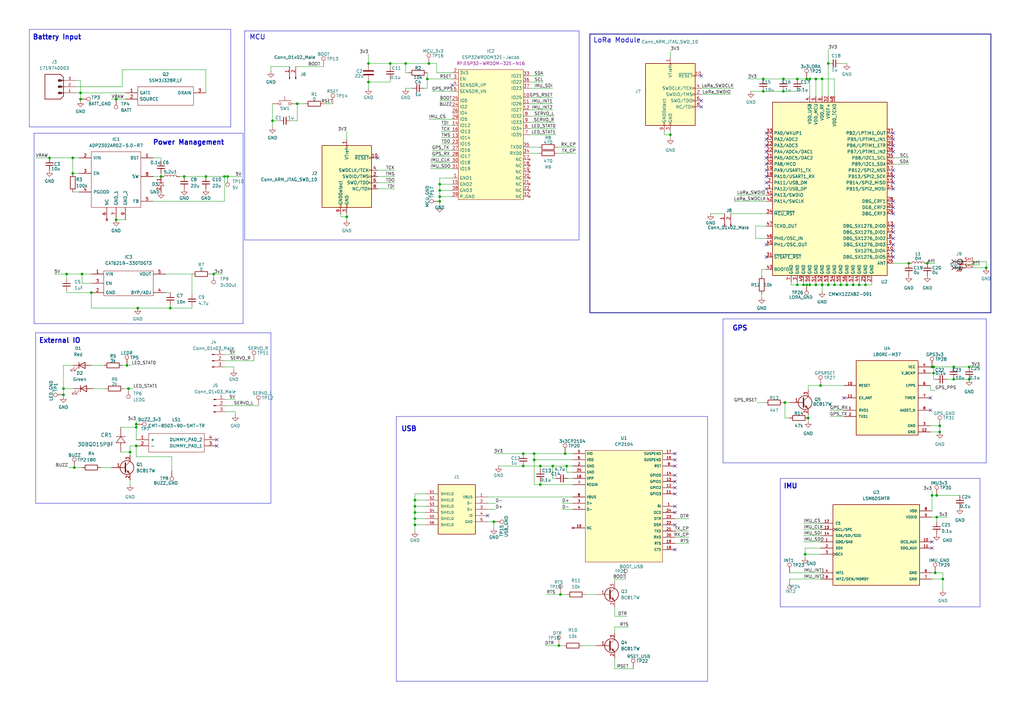
<source format=kicad_sch>
(kicad_sch (version 20211123) (generator eeschema)
  (paper "A3")
  (title_block (title "Return To Sender V1") (rev "1") (company "Maidstone Industries"))
  (lib_symbols
    (symbol "10118194-0001LF:10118194-0001LF" (pin_names (offset 1.016))
      (property "Reference" "J" (at -7.366 10.668 0))
      (symbol "10118194-0001LF_0_0"
        (pin passive line (at 12.7 5.08 180) (length 5.08) (name "VBUS") (number "1"))
        (pin passive line (at 12.7 2.54 180) (length 5.08) (name "D-") (number "2"))
        (pin passive line (at 12.7 0 180) (length 5.08) (name "D+") (number "3"))
        (pin passive line (at 12.7 -2.54 180) (length 5.08) (name "ID") (number "4"))
        (pin passive line (at 12.7 -5.08 180) (length 5.08) (name "GND") (number "5"))
        (pin passive line (at -12.7 6.35 0) (length 5.08) (name "SHIELD") (number "S1"))
        (pin passive line (at -12.7 3.81 0) (length 5.08) (name "SHIELD") (number "S2"))
        (pin passive line (at -12.7 1.27 0) (length 5.08) (name "SHIELD") (number "S3"))
        (pin passive line (at -12.7 -1.27 0) (length 5.08) (name "SHIELD") (number "S4"))
        (pin passive line (at -12.7 -3.81 0) (length 5.08) (name "SHIELD") (number "S5"))
        (pin passive line (at -12.7 -6.35 0) (length 5.08) (name "SHIELD") (number "S6"))
      )
    )
    (symbol "1719740003:1719740003" (pin_names (offset 1.016))
      (property "Reference" "J" (at 0 6.35 0))
      (property "Value" "1719740003" (at 0 -7.62 0))
      (symbol "1719740003_0_0"
        (pin passive line (at -5.08 2.54 0) (length 5.08) (name "1") (number "1"))
        (pin passive line (at -5.08 0 0) (length 5.08) (name "2") (number "2"))
        (pin passive line (at -5.08 -2.54 0) (length 5.08) (name "3") (number "3"))
      )
    )
    (symbol "2022-12-14_06-12-19:30BQ015PBF" (pin_numbers hide) (pin_names (offset -1.651) hide)
      (property "Reference" "CR" (at 5.08 4.445 0))
      (property "Value" "30BQ015PBF" (at 5.08 -7.62 0))
      (symbol "30BQ015PBF_1_1"
        (pin unspecified line (at 10.16 0 180) (length 2.54) (name "1") (number "1"))
        (pin unspecified line (at 0 0 0) (length 2.54) (name "2") (number "2"))
      )
    )
    (symbol "ADP2302ARDZ-5.0-R7:ADP2302ARDZ-5.0-R7" (pin_names (offset 0.762))
      (property "Reference" "IC?" (at 15.24 7.62 0))
      (property "Value" "ADP2302ARDZ-5.0-R7" (at 15.24 5.08 0))
      (symbol "ADP2302ARDZ-5.0-R7_0_0"
        (pin passive line (at 30.48 0 180) (length 5.08) (name "BST") (number "1"))
        (pin passive line (at 0 0 0) (length 5.08) (name "VIN") (number "2"))
        (pin passive line (at 0 -6.35 0) (length 5.08) (name "EN") (number "3"))
        (pin passive line (at 0 -13.97 0) (length 5.08) (name "PGOOD") (number "4"))
        (pin passive line (at 30.48 -17.78 180) (length 5.08) (name "FB") (number "5"))
        (pin no_connect line (at 11.43 -25.4 90) (length 5.08) (name "NC") (number "6"))
        (pin passive line (at 15.24 -25.4 90) (length 5.08) (name "GND_1") (number "7"))
        (pin passive line (at 30.48 -7.62 180) (length 5.08) (name "SW") (number "8"))
        (pin passive line (at 19.05 -25.4 90) (length 5.08) (name "GND_2") (number "9"))
      )
    )
    (symbol "CAT6219-330TDGT3:CAT6219-330TDGT3" (pin_names (offset 0.762))
      (property "Reference" "IC?" (at 15.24 8.255 0))
      (property "Value" "CAT6219-330TDGT3" (at 15.24 5.715 0))
      (symbol "CAT6219-330TDGT3_0_0"
        (pin input line (at 0 1.27 0) (length 5.08) (name "VIN") (number "1"))
        (pin power_in line (at 0 -6.35 0) (length 5.08) (name "GND") (number "2"))
        (pin passive line (at 0 -2.54 0) (length 5.08) (name "EN") (number "3"))
        (pin passive line (at 30.48 -6.35 180) (length 5.08) (name "BYP/ADJ") (number "4"))
        (pin output line (at 30.48 1.27 180) (length 5.08) (name "VOUT") (number "5"))
      )
    )
    (symbol "CMT-8503-90-SMT-TR:CMT-8503-90-SMT-TR" (pin_names (offset 0.762))
      (property "Reference" "LS" (at 29.21 7.62 0))
      (property "Value" "CMT-8503-90-SMT-TR" (at 29.21 5.08 0))
      (symbol "CMT-8503-90-SMT-TR_0_0"
        (pin passive line (at 0 0 0) (length 5.08) (name "+") (number "1"))
        (pin passive line (at 0 -2.54 0) (length 5.08) (name "-") (number "2"))
        (pin passive line (at 33.02 -2.54 180) (length 5.08) (name "DUMMY_PAD_1") (number "3"))
        (pin passive line (at 33.02 0 180) (length 5.08) (name "DUMMY_PAD_2") (number "4"))
      )
    )
    (symbol "Connector:Conn_01x02_Male" (pin_names (offset 1.016) hide)
      (property "Reference" "J" (at 0 2.54 0))
      (property "Value" "Conn_01x02_Male" (at 0 -5.08 0))
      (symbol "Conn_01x02_Male_1_1"
        (pin passive line (at 5.08 0 180) (length 3.81) (name "Pin_1") (number "1"))
        (pin passive line (at 5.08 -2.54 180) (length 3.81) (name "Pin_2") (number "2"))
      )
    )
    (symbol "Connector:Conn_01x03_Male" (pin_names (offset 1.016) hide)
      (property "Reference" "J" (at 0 5.08 0))
      (property "Value" "Conn_01x03_Male" (at 0 -5.08 0))
      (symbol "Conn_01x03_Male_1_1"
        (pin passive line (at 5.08 2.54 180) (length 3.81) (name "Pin_1") (number "1"))
        (pin passive line (at 5.08 0 180) (length 3.81) (name "Pin_2") (number "2"))
        (pin passive line (at 5.08 -2.54 180) (length 3.81) (name "Pin_3") (number "3"))
      )
    )
    (symbol "Connector:Conn_ARM_JTAG_SWD_10" (pin_names (offset 1.016))
      (property "Reference" "J" (at -2.54 16.51 0))
      (property "Value" "Conn_ARM_JTAG_SWD_10" (at -2.54 13.97 0))
      (symbol "Conn_ARM_JTAG_SWD_10_1_1"
        (pin power_in line (at 0 15.24 270) (length 2.54) (name "VTref") (number "1"))
        (pin open_collector line (at 12.7 7.62 180) (length 2.54) (name "~{RESET}") (number "10"))
        (pin bidirectional line (at 12.7 0 180) (length 2.54) (name "SWDIO/TMS") (number "2"))
        (pin power_in line (at 0 -15.24 90) (length 2.54) (name "GND") (number "3"))
        (pin output line (at 12.7 2.54 180) (length 2.54) (name "SWDCLK/TCK") (number "4"))
        (pin passive line (at 0 -15.24 90) (length 2.54) hide (name "GND") (number "5"))
        (pin input line (at 12.7 -2.54 180) (length 2.54) (name "SWO/TDO") (number "6"))
        (pin no_connect line (at -10.16 0 0) (length 2.54) hide (name "KEY") (number "7"))
        (pin output line (at 12.7 -5.08 180) (length 2.54) (name "NC/TDI") (number "8"))
        (pin passive line (at -2.54 -15.24 90) (length 2.54) (name "GNDDetect") (number "9"))
      )
    )
    (symbol "Connector:TestPoint" (pin_numbers hide) (pin_names (offset 0.762) hide)
      (property "Reference" "TP" (at 0 6.858 0))
      (property "Value" "TestPoint" (at 0 5.08 0))
      (symbol "TestPoint_1_1"
        (pin passive line (at 0 0 90) (length 2.54) (name "1") (number "1"))
      )
    )
    (symbol "Device:C" (pin_numbers hide) (pin_names (offset 0.254))
      (property "Reference" "C" (at 0.635 2.54 0))
      (property "Value" "C" (at 0.635 -2.54 0))
      (symbol "C_1_1"
        (pin passive line (at 0 3.81 270) (length 2.794) (name "~") (number "1"))
        (pin passive line (at 0 -3.81 90) (length 2.794) (name "~") (number "2"))
      )
    )
    (symbol "Device:CDRH104R" (pin_numbers hide) (pin_names (offset 1.016) hide)
      (property "Reference" "L" (at -1.27 0 90))
      (property "Value" "CDRH104R" (at 1.905 0 90))
      (symbol "CDRH104R_1_1"
        (pin passive line (at 0 3.81 270) (length 1.27) (name "1") (number "1"))
        (pin passive line (at 0 -3.81 90) (length 1.27) (name "2") (number "2"))
      )
    )
    (symbol "Device:C_Small" (pin_numbers hide) (pin_names (offset 0.254) hide)
      (property "Reference" "C" (at 0.254 1.778 0))
      (property "Value" "C_Small" (at 0.254 -2.032 0))
      (symbol "C_Small_1_1"
        (pin passive line (at 0 2.54 270) (length 2.032) (name "~") (number "1"))
        (pin passive line (at 0 -2.54 90) (length 2.032) (name "~") (number "2"))
      )
    )
    (symbol "Device:L" (pin_numbers hide) (pin_names (offset 1.016) hide)
      (property "Reference" "L" (at -1.27 0 90))
      (property "Value" "L" (at 1.905 0 90))
      (symbol "L_1_1"
        (pin passive line (at 0 3.81 270) (length 1.27) (name "1") (number "1"))
        (pin passive line (at 0 -3.81 90) (length 1.27) (name "2") (number "2"))
      )
    )
    (symbol "Device:LED" (pin_numbers hide) (pin_names (offset 1.016) hide)
      (property "Reference" "D" (at 0 2.54 0))
      (property "Value" "LED" (at 0 -2.54 0))
      (symbol "LED_1_1"
        (pin passive line (at -3.81 0 0) (length 2.54) (name "K") (number "1"))
        (pin passive line (at 3.81 0 180) (length 2.54) (name "A") (number "2"))
      )
    )
    (symbol "Device:R" (pin_numbers hide) (pin_names (offset 0))
      (property "Reference" "R" (at 2.032 0 90))
      (property "Value" "R" (at 0 0 90))
      (symbol "R_1_1"
        (pin passive line (at 0 3.81 270) (length 1.27) (name "~") (number "1"))
        (pin passive line (at 0 -3.81 90) (length 1.27) (name "~") (number "2"))
      )
    )
    (symbol "EMPCB.SMAFSTJ.B.HT:EMPCB.SMAFSTJ.B.HT" (pin_names (offset 1.016))
      (property "Reference" "J" (at -3.8103 4.0644 0))
      (symbol "EMPCB.SMAFSTJ.B.HT_1_1"
        (pin input line (at 2.54 1.27 180) (length 2.54) (name "Sig") (number "1"))
        (pin input line (at 5.08 2.54 180) (length 2.54) (name "GND") (number "SH1"))
        (pin input line (at 5.08 0 180) (length 2.54) (name "GND") (number "SH2"))
      )
    )
    (symbol "Interface_UART:CP2104"
      (property "Reference" "U" (at 24.13 1.27 0))
      (property "Value" "CP2104" (at 26.67 3.81 0))
      (symbol "CP2104_0_0"
        (pin passive line (at 36.83 -22.86 180) (length 5.08) (name "RI") (number "1"))
        (pin no_connect line (at -5.08 -31.75 0) (length 5.08) (name "NC") (number "10"))
        (pin passive line (at 36.83 -17.78 180) (length 5.08) (name "GPIO3") (number "11"))
        (pin passive line (at 36.83 -15.24 180) (length 5.08) (name "GPIO2") (number "12"))
        (pin passive line (at 36.83 -12.7 180) (length 5.08) (name "GPIO1") (number "13"))
        (pin passive line (at 36.83 -10.16 180) (length 5.08) (name "GPIO0") (number "14"))
        (pin passive line (at 36.83 -3.81 180) (length 5.08) (name "SUSPEND") (number "15"))
        (pin passive line (at -5.08 -11.43 0) (length 5.08) (name "VPP") (number "16"))
        (pin passive line (at 36.83 -1.27 180) (length 5.08) (name "SUSPEND") (number "17"))
        (pin passive line (at 36.83 -40.64 180) (length 5.08) (name "CTS") (number "18"))
        (pin passive line (at 36.83 -38.1 180) (length 5.08) (name "RTS") (number "19"))
        (pin passive line (at -5.08 -6.35 0) (length 5.08) (name "GND") (number "2"))
        (pin passive line (at 36.83 -35.56 180) (length 5.08) (name "RXD") (number "20"))
        (pin passive line (at 36.83 -33.02 180) (length 5.08) (name "TXD") (number "21"))
        (pin passive line (at 36.83 -30.48 180) (length 5.08) (name "DSR") (number "22"))
        (pin passive line (at 36.83 -27.94 180) (length 5.08) (name "DTR") (number "23"))
        (pin passive line (at 36.83 -25.4 180) (length 5.08) (name "DCD") (number "24"))
        (pin passive line (at -5.08 -8.89 0) (length 5.08) (name "GND") (number "25"))
        (pin passive line (at -5.08 -21.59 0) (length 5.08) (name "D+") (number "3"))
        (pin passive line (at -5.08 -24.13 0) (length 5.08) (name "D-") (number "4"))
        (pin passive line (at -5.08 -1.27 0) (length 5.08) (name "VIO") (number "5"))
        (pin passive line (at -5.08 -3.81 0) (length 5.08) (name "VDD") (number "6"))
        (pin passive line (at -5.08 -13.97 0) (length 5.08) (name "REGIN") (number "7"))
        (pin passive line (at -5.08 -19.05 0) (length 5.08) (name "VBUS") (number "8"))
        (pin passive line (at 36.83 -6.35 180) (length 5.08) (name "RST") (number "9"))
      )
    )
    (symbol "L80RE-M37:L80RE-M37" (pin_names (offset 1.016))
      (property "Reference" "U?" (at 0 20.32 0))
      (property "Value" "L80RE-M37" (at 0 17.78 0))
      (symbol "L80RE-M37_0_0"
        (pin input line (at -17.78 -5.08 0) (length 5.08) (name "RXD1") (number "1"))
        (pin input line (at -17.78 5.08 0) (length 5.08) (name "RESET") (number "10"))
        (pin input line (at -17.78 0 0) (length 5.08) (name "EX_ANT") (number "11"))
        (pin power_in line (at 17.78 -13.97 180) (length 5.08) (name "GND") (number "12"))
        (pin output line (at -17.78 -7.62 0) (length 5.08) (name "TXD1") (number "2"))
        (pin power_in line (at 17.78 -11.43 180) (length 5.08) (name "GND") (number "3"))
        (pin power_in line (at 17.78 12.7 180) (length 5.08) (name "VCC") (number "4"))
        (pin power_in line (at 17.78 10.16 180) (length 5.08) (name "V_BCKP") (number "5"))
        (pin output line (at 17.78 5.08 180) (length 5.08) (name "1PPS") (number "6"))
        (pin output line (at 17.78 0 180) (length 5.08) (name "TIMER") (number "7"))
        (pin bidirectional line (at 17.78 -5.08 180) (length 5.08) (name "AADET_N") (number "8"))
      )
    )
    (symbol "LSM6DSMTR:LSM6DSMTR" (pin_names (offset 1.016))
      (property "Reference" "U?" (at 0 20.32 0))
      (property "Value" "LSM6DSMTR" (at 0 17.78 0))
      (symbol "LSM6DSMTR_0_0"
        (pin bidirectional line (at -22.86 0 0) (length 5.08) (name "SDO/SA0") (number "1"))
        (pin input line (at 22.86 0 180) (length 5.08) (name "OCS_AUX") (number "10"))
        (pin bidirectional line (at 22.86 -2.54 180) (length 5.08) (name "SDO_AUX") (number "11"))
        (pin input line (at -22.86 7.62 0) (length 5.08) (name "CS") (number "12"))
        (pin input clock (at -22.86 5.08 0) (length 5.08) (name "SCL/SPC") (number "13"))
        (pin bidirectional line (at -22.86 2.54 0) (length 5.08) (name "SDA/SDI/SDO") (number "14"))
        (pin bidirectional line (at -22.86 -2.54 0) (length 5.08) (name "SDX") (number "2"))
        (pin bidirectional clock (at -22.86 -5.08 0) (length 5.08) (name "SCX") (number "3"))
        (pin input line (at -22.86 -12.7 0) (length 5.08) (name "INT1") (number "4"))
        (pin power_in line (at 22.86 10.16 180) (length 5.08) (name "VDDIO") (number "5"))
        (pin power_in line (at 22.86 -12.7 180) (length 5.08) (name "GND") (number "6"))
        (pin power_in line (at 22.86 -15.24 180) (length 5.08) (name "GND") (number "7"))
        (pin power_in line (at 22.86 12.7 180) (length 5.08) (name "VDD") (number "8"))
        (pin input line (at -22.86 -15.24 0) (length 5.08) (name "INT2/DEN/MDRDY") (number "9"))
      )
    )
    (symbol "MBRS330T3G:MBRS330T3G" (pin_names (offset 0.762))
      (property "Reference" "D?" (at 3.81 -6.3499 90))
      (property "Value" "MBRS330T3G" (at 3.81 -8.8899 90))
      (symbol "MBRS330T3G_0_0"
        (pin passive line (at 5.08 0 0) (length 2.54) (name "~") (number "1"))
        (pin passive line (at 11.43 0 180) (length 2.54) (name "~") (number "2"))
      )
    )
    (symbol "RF:ESP32­WROOM­32E-Jacob"
      (property "Reference" "IC" (at 1.27 3.81 0))
      (property "Value" "ESP32­WROOM­32E-Jacob" (at 1.27 6.35 0))
      (property "Footprint" "RF:ESP32-WROOM-32E-N16" (at 1.27 1.27 0))
      (symbol "ESP32­WROOM­32E-Jacob_1_1"
        (pin power_in line (at -13.97 -44.45 0) (length 2.54) (name "GND1") (number "1"))
        (pin unspecified line (at 17.78 -11.43 180) (length 2.54) (name "IO25") (number "10"))
        (pin unspecified line (at 17.78 -13.97 180) (length 2.54) (name "IO26") (number "11"))
        (pin unspecified line (at 17.78 -16.51 180) (length 2.54) (name "IO27") (number "12"))
        (pin unspecified line (at -13.97 -27.94 0) (length 2.54) (name "IO14") (number "13"))
        (pin unspecified line (at -13.97 -22.86 0) (length 2.54) (name "IO12") (number "14"))
        (pin power_in line (at -13.97 -46.99 0) (length 2.54) (name "GND2") (number "15"))
        (pin unspecified line (at -13.97 -25.4 0) (length 2.54) (name "IO13") (number "16"))
        (pin no_connect line (at 17.78 -36.83 180) (length 2.54) (name "NC") (number "17"))
        (pin no_connect line (at 17.78 -39.37 180) (length 2.54) (name "NC") (number "18"))
        (pin no_connect line (at 17.78 -41.91 180) (length 2.54) (name "NC") (number "19"))
        (pin power_in line (at -13.97 -1.27 0) (length 2.54) (name "3V3") (number "2"))
        (pin no_connect line (at 17.78 -44.45 180) (length 2.54) (name "NC") (number "20"))
        (pin no_connect line (at 17.78 -46.99 180) (length 2.54) (name "NC") (number "21"))
        (pin no_connect line (at 17.78 -49.53 180) (length 2.54) (name "NC") (number "22"))
        (pin unspecified line (at -13.97 -30.48 0) (length 2.54) (name "IO15") (number "23"))
        (pin unspecified line (at -13.97 -15.24 0) (length 2.54) (name "IO2") (number "24"))
        (pin unspecified line (at -13.97 -12.7 0) (length 2.54) (name "IO0") (number "25"))
        (pin unspecified line (at -13.97 -17.78 0) (length 2.54) (name "IO4") (number "26"))
        (pin unspecified line (at -13.97 -33.02 0) (length 2.54) (name "IO16") (number "27"))
        (pin unspecified line (at -13.97 -35.56 0) (length 2.54) (name "IO17") (number "28"))
        (pin unspecified line (at -13.97 -20.32 0) (length 2.54) (name "IO5") (number "29"))
        (pin input line (at -13.97 -3.81 0) (length 2.54) (name "EN") (number "3"))
        (pin unspecified line (at -13.97 -38.1 0) (length 2.54) (name "IO18") (number "30"))
        (pin unspecified line (at -13.97 -40.64 0) (length 2.54) (name "IO19") (number "31"))
        (pin no_connect line (at 17.78 -52.07 180) (length 2.54) (name "NC") (number "32"))
        (pin unspecified line (at 17.78 -2.54 180) (length 2.54) (name "IO21") (number "33"))
        (pin input line (at 17.78 -34.29 180) (length 2.54) (name "RXD0") (number "34"))
        (pin output line (at 17.78 -31.75 180) (length 2.54) (name "TXD0") (number "35"))
        (pin unspecified line (at 17.78 -5.08 180) (length 2.54) (name "IO22") (number "36"))
        (pin unspecified line (at 17.78 -7.62 180) (length 2.54) (name "IO23") (number "37"))
        (pin power_in line (at -13.97 -49.53 0) (length 2.54) (name "GND3") (number "38"))
        (pin power_in line (at -13.97 -52.07 0) (length 2.54) (name "P_GND") (number "39"))
        (pin unspecified line (at -13.97 -6.35 0) (length 2.54) (name "SENSOR_VP") (number "4"))
        (pin unspecified line (at -13.97 -8.89 0) (length 2.54) (name "SENSOR_VN") (number "5"))
        (pin unspecified line (at 17.78 -24.13 180) (length 2.54) (name "IO34") (number "6"))
        (pin unspecified line (at 17.78 -26.67 180) (length 2.54) (name "IO35") (number "7"))
        (pin unspecified line (at 17.78 -19.05 180) (length 2.54) (name "IO32") (number "8"))
        (pin unspecified line (at 17.78 -21.59 180) (length 2.54) (name "IO33") (number "9"))
      )
    )
    (symbol "RF_Module:CMWX1ZZABZ-091"
      (property "Reference" "U2" (at 2.0194 -38.1 0))
      (property "Value" "CMWX1ZZABZ-091" (at 2.0194 -40.64 0))
      (symbol "CMWX1ZZABZ-091_1_1"
        (pin bidirectional line (at -22.86 0 0) (length 2.54) (name "PA12/USB_DP") (number "1"))
        (pin bidirectional line (at 29.21 -25.4 180) (length 2.54) (name "SX1276_DIO4") (number "10"))
        (pin bidirectional line (at 29.21 -27.94 180) (length 2.54) (name "DBG_SX1276_DIO5") (number "11"))
        (pin bidirectional line (at 29.21 -17.78 180) (length 2.54) (name "DBG_SX1276_DIO1") (number "12"))
        (pin bidirectional line (at 29.21 -15.24 180) (length 2.54) (name "DBG_SX1276_DIO0") (number "13"))
        (pin bidirectional line (at 29.21 0 180) (length 2.54) (name "PB15/SPI2_MOSI") (number "14"))
        (pin bidirectional line (at 29.21 2.54 180) (length 2.54) (name "PB14/SPI2_MISO") (number "15"))
        (pin bidirectional line (at 29.21 5.08 180) (length 2.54) (name "PB13/SPI2_SCK") (number "16"))
        (pin bidirectional line (at 29.21 7.62 180) (length 2.54) (name "PB12/SPI2_NSS") (number "17"))
        (pin bidirectional line (at -22.86 5.08 0) (length 2.54) (name "PA10/USART1_RX") (number "18"))
        (pin bidirectional line (at -22.86 7.62 0) (length 2.54) (name "PA9/USART1_TX") (number "19"))
        (pin bidirectional line (at -22.86 2.54 0) (length 2.54) (name "PA11/USB_DM") (number "2"))
        (pin bidirectional line (at -22.86 10.16 0) (length 2.54) (name "PA8/MCO") (number "20"))
        (pin bidirectional line (at -22.86 12.7 0) (length 2.54) (name "PA5/ADC5/DAC2") (number "21"))
        (pin bidirectional line (at -22.86 15.24 0) (length 2.54) (name "PA4/ADC4/DAC1") (number "22"))
        (pin bidirectional line (at -22.86 17.78 0) (length 2.54) (name "PA3/ADC3") (number "23"))
        (pin bidirectional line (at -22.86 20.32 0) (length 2.54) (name "PA2/ADC2") (number "24"))
        (pin passive line (at 0 -38.1 90) (length 2.54) hide (name "GND") (number "25"))
        (pin power_in line (at 17.78 -38.1 90) (length 2.54) (name "GND") (number "25"))
        (pin passive line (at 29.21 -30.48 180) (length 2.54) (name "ANT") (number "26"))
        (pin passive line (at 0 -38.1 90) (length 2.54) hide (name "GND") (number "27"))
        (pin power_in line (at 20.32 -38.1 90) (length 2.54) (name "GND") (number "27"))
        (pin passive line (at 29.21 -5.08 180) (length 2.54) (name "DBG_CRF1") (number "28"))
        (pin passive line (at 29.21 -10.16 180) (length 2.54) (name "DBG_CRF3") (number "29"))
        (pin power_in line (at -10.16 -38.1 90) (length 2.54) (name "GND") (number "3"))
        (pin passive line (at 29.21 -7.62 180) (length 2.54) (name "DGB_CRF2") (number "30"))
        (pin passive line (at -22.86 -27.94 0) (length 2.54) (name "~{STSAFE_RST}") (number "31"))
        (pin power_in line (at 2.54 38.1 270) (length 2.54) (name "VREF+") (number "32"))
        (pin bidirectional line (at -22.86 22.86 0) (length 2.54) (name "PA0/WKUP1") (number "33"))
        (pin input line (at -22.86 -10.16 0) (length 2.54) (name "~{MCU_RST}") (number "34"))
        (pin bidirectional line (at 29.21 12.7 180) (length 2.54) (name "PB8/I2C1_SCL") (number "35"))
        (pin bidirectional line (at 29.21 10.16 180) (length 2.54) (name "PB9/I2C1_SDA") (number "36"))
        (pin bidirectional line (at 29.21 22.86 180) (length 2.54) (name "PB2/LPTIM1_OUT") (number "37"))
        (pin bidirectional line (at 29.21 15.24 180) (length 2.54) (name "PB7/LPTIM1_IN2") (number "38"))
        (pin bidirectional line (at 29.21 17.78 180) (length 2.54) (name "PB6/LPTIM1_ETR") (number "39"))
        (pin power_in line (at -5.08 38.1 270) (length 2.54) (name "VDD_USB") (number "4"))
        (pin bidirectional line (at 29.21 20.32 180) (length 2.54) (name "PB5/LPTIM1_IN1") (number "40"))
        (pin bidirectional line (at -22.86 -2.54 0) (length 2.54) (name "PA13/SWDIO") (number "41"))
        (pin bidirectional line (at -22.86 -5.08 0) (length 2.54) (name "PA14/SWCLK") (number "42"))
        (pin input line (at -22.86 -33.02 0) (length 2.54) (name "BOOT0") (number "43"))
        (pin passive line (at 0 -38.1 90) (length 2.54) hide (name "GND") (number "44"))
        (pin power_in line (at 15.24 -38.1 90) (length 2.54) (name "GND") (number "44"))
        (pin bidirectional line (at -22.86 -22.86 0) (length 2.54) (name "PH1/OSC_OUT") (number "45"))
        (pin bidirectional line (at -22.86 -20.32 0) (length 2.54) (name "PH0/OSC_IN") (number "46"))
        (pin output line (at -22.86 -15.24 0) (length 2.54) (name "TCXO_OUT") (number "47"))
        (pin power_in line (at 5.08 38.1 270) (length 2.54) (name "VDD_TCXO") (number "48"))
        (pin power_in line (at -7.62 -38.1 90) (length 2.54) (name "GND") (number "49"))
        (pin passive line (at 0 -38.1 90) (length 2.54) hide (name "GND") (number "49"))
        (pin power_in line (at -2.54 38.1 270) (length 2.54) (name "VDD_MCU") (number "5"))
        (pin power_in line (at -5.08 -38.1 90) (length 2.54) (name "GND") (number "50"))
        (pin passive line (at 0 -38.1 90) (length 2.54) hide (name "GND") (number "50"))
        (pin power_in line (at -2.54 -38.1 90) (length 2.54) (name "GND") (number "51"))
        (pin passive line (at 0 -38.1 90) (length 2.54) hide (name "GND") (number "51"))
        (pin passive line (at 0 -38.1 90) (length 2.54) hide (name "GND") (number "52"))
        (pin power_in line (at 0 -38.1 90) (length 2.54) (name "GND") (number "52"))
        (pin passive line (at 0 -38.1 90) (length 2.54) hide (name "GND") (number "53"))
        (pin power_in line (at 2.54 -38.1 90) (length 2.54) (name "GND") (number "53"))
        (pin passive line (at 0 -38.1 90) (length 2.54) hide (name "GND") (number "54"))
        (pin power_in line (at 5.08 -38.1 90) (length 2.54) (name "GND") (number "54"))
        (pin passive line (at 0 -38.1 90) (length 2.54) hide (name "GND") (number "55"))
        (pin power_in line (at 7.62 -38.1 90) (length 2.54) (name "GND") (number "55"))
        (pin passive line (at 0 -38.1 90) (length 2.54) hide (name "GND") (number "56"))
        (pin power_in line (at 10.16 -38.1 90) (length 2.54) (name "GND") (number "56"))
        (pin passive line (at 0 -38.1 90) (length 2.54) hide (name "GND") (number "57"))
        (pin power_in line (at 12.7 -38.1 90) (length 2.54) (name "GND") (number "57"))
        (pin power_in line (at 0 38.1 270) (length 2.54) (name "VDD_RF") (number "6"))
        (pin power_in line (at -12.7 -38.1 90) (length 2.54) (name "GND") (number "7"))
        (pin passive line (at 0 -38.1 90) (length 2.54) hide (name "GND") (number "7"))
        (pin bidirectional line (at 29.21 -20.32 180) (length 2.54) (name "DBG_SX1276_DIO2") (number "8"))
        (pin bidirectional line (at 29.21 -22.86 180) (length 2.54) (name "DBG_SX1276_DI03") (number "9"))
      )
    )
    (symbol "SamacSys_Parts:SSM3J328R,LF" (pin_names (offset 0.762))
      (property "Reference" "Q" (at 29.21 7.62 0))
      (property "Value" "SSM3J328R,LF" (at 29.21 5.08 0))
      (symbol "SSM3J328R,LF_0_0"
        (pin input line (at 0 0 0) (length 5.08) (name "GATE") (number "1"))
        (pin bidirectional line (at 0 -2.54 0) (length 5.08) (name "SOURCE") (number "2"))
        (pin bidirectional line (at 33.02 0 180) (length 5.08) (name "DRAIN") (number "3"))
      )
    )
    (symbol "Switch:SW_Push" (pin_numbers hide) (pin_names (offset 1.016) hide)
      (property "Reference" "SW" (at 1.27 2.54 0))
      (symbol "SW_Push_0_1"
        (pin passive line (at -5.08 0 0) (length 2.54) (name "1") (number "1"))
        (pin passive line (at 5.08 0 180) (length 2.54) (name "2") (number "2"))
      )
    )
    (symbol "Transistor_BJT:BC817W" (pin_names (offset 0) hide)
      (property "Reference" "Q" (at 5.08 1.905 0))
      (property "Value" "BC817W" (at 5.08 0 0))
      (symbol "BC817W_1_1"
        (pin input line (at -5.08 0 0) (length 5.715) (name "B") (number "1"))
        (pin passive line (at 2.54 -5.08 90) (length 2.54) (name "E") (number "2"))
        (pin passive line (at 2.54 5.08 270) (length 2.54) (name "C") (number "3"))
      )
    )
    (symbol "power:GND" (power) (pin_names (offset 0))
      (property "Value" "GND" (at 0 -3.81 0))
      (symbol "GND_1_1"
        (pin power_in line (at 0 0 270) (length 0) hide (name "GND") (number "1"))
      )
    )
  )
  (junction (at 180.34 78.105))
  (junction (at 219.075 186.055))
  (junction (at 330.835 32.385))
  (junction (at 121.92 42.545))
  (junction (at 175.26 32.385))
  (junction (at 52.07 149.86))
  (junction (at 55.88 173.99))
  (junction (at 160.02 26.035))
  (junction (at 142.24 88.9))
  (junction (at 37.465 120.015))
  (junction (at 383.54 234.95))
  (junction (at 151.13 33.655))
  (junction (at 382.27 203.2))
  (junction (at 20.32 64.77))
  (junction (at 33.655 112.395))
  (junction (at 29.845 71.12))
  (junction (at 384.175 203.2))
  (junction (at 384.175 212.09))
  (junction (at 93.345 72.39))
  (junction (at 229.87 243.84))
  (junction (at 53.34 185.42))
  (junction (at 170.18 207.645))
  (junction (at 321.31 32.385))
  (junction (at 226.695 191.135))
  (junction (at 170.18 215.265))
  (junction (at 332.105 116.84))
  (junction (at 372.745 107.95))
  (junction (at 75.565 72.39))
  (junction (at 170.18 210.185))
  (junction (at 313.055 32.385))
  (junction (at 29.845 64.77))
  (junction (at 221.615 191.135))
  (junction (at 221.615 198.755))
  (junction (at 47.625 90.17))
  (junction (at 382.27 150.495))
  (junction (at 354.965 116.84))
  (junction (at 170.18 212.725))
  (junction (at 404.495 109.855))
  (junction (at 69.85 126.365))
  (junction (at 321.31 37.465))
  (junction (at 349.885 116.84))
  (junction (at 166.37 26.035))
  (junction (at 397.51 150.495))
  (junction (at 397.51 155.575))
  (junction (at 329.565 116.84))
  (junction (at 330.2 227.33))
  (junction (at 382.905 153.035))
  (junction (at 337.185 116.84))
  (junction (at 55.88 182.88))
  (junction (at 352.425 116.84))
  (junction (at 332.105 32.385))
  (junction (at 382.905 150.495))
  (junction (at 337.185 32.385))
  (junction (at 334.645 32.385))
  (junction (at 33.02 38.1))
  (junction (at 342.265 116.84))
  (junction (at 170.18 205.105))
  (junction (at 274.955 55.245))
  (junction (at 344.805 116.84))
  (junction (at 87.63 112.395))
  (junction (at 339.725 116.84))
  (junction (at 47.625 40.64))
  (junction (at 84.455 72.39))
  (junction (at 26.035 159.385))
  (junction (at 219.075 188.595))
  (junction (at 30.48 191.77))
  (junction (at 180.34 80.645))
  (junction (at 180.34 82.55))
  (junction (at 313.055 37.465))
  (junction (at 334.645 116.84))
  (junction (at 26.035 161.925))
  (junction (at 56.515 126.365))
  (junction (at 391.16 150.495))
  (junction (at 391.16 155.575))
  (junction (at 229.235 264.795))
  (junction (at 330.835 116.84))
  (junction (at 339.725 26.035))
  (junction (at 336.55 158.115))
  (junction (at 55.88 175.26))
  (junction (at 327.025 116.84))
  (junction (at 175.895 26.035))
  (junction (at 27.305 112.395))
  (junction (at 52.705 159.385))
  (junction (at 180.34 75.565))
  (junction (at 331.47 171.45))
  (junction (at 66.04 72.39))
  (junction (at 231.775 186.055))
  (junction (at 380.365 107.95))
  (junction (at 385.445 174.625))
  (junction (at 347.345 116.84))
  (junction (at 214.63 186.055))
  (junction (at 232.41 191.135))
  (junction (at 202.565 213.995))
  (junction (at 92.075 72.39))
  (junction (at 321.945 165.1))
  (junction (at 151.13 26.035))
  (junction (at 33.02 40.64))
  (junction (at 386.715 237.49))
  (junction (at 385.445 177.165))
  (junction (at 214.63 191.135))
  (junction (at 111.76 49.53))
  (junction (at 327.025 32.385))
  (no_connect (at 276.86 215.265))
  (no_connect (at 276.86 225.425))
  (no_connect (at 366.395 77.47))
  (no_connect (at 366.395 82.55))
  (no_connect (at 366.395 85.09))
  (no_connect (at 366.395 87.63))
  (no_connect (at 366.395 92.71))
  (no_connect (at 366.395 95.25))
  (no_connect (at 366.395 97.79))
  (no_connect (at 366.395 100.33))
  (no_connect (at 366.395 102.87))
  (no_connect (at 366.395 105.41))
  (no_connect (at 287.655 41.275))
  (no_connect (at 314.325 57.15))
  (no_connect (at 314.325 59.69))
  (no_connect (at 314.325 62.23))
  (no_connect (at 314.325 64.77))
  (no_connect (at 287.655 43.815))
  (no_connect (at 314.325 67.31))
  (no_connect (at 314.325 100.33))
  (no_connect (at 382.27 222.25))
  (no_connect (at 382.27 224.79))
  (no_connect (at 381.635 168.275))
  (no_connect (at 381.635 163.195))
  (no_connect (at 276.86 186.055))
  (no_connect (at 276.86 188.595))
  (no_connect (at 276.86 191.135))
  (no_connect (at 276.86 194.945))
  (no_connect (at 276.86 197.485))
  (no_connect (at 276.86 200.025))
  (no_connect (at 276.86 202.565))
  (no_connect (at 276.86 207.645))
  (no_connect (at 276.86 210.185))
  (no_connect (at 185.42 34.925))
  (no_connect (at 88.9 180.34))
  (no_connect (at 88.9 182.88))
  (no_connect (at 346.075 163.195))
  (no_connect (at 314.325 105.41))
  (no_connect (at 366.395 54.61))
  (no_connect (at 366.395 57.15))
  (no_connect (at 366.395 59.69))
  (no_connect (at 366.395 62.23))
  (no_connect (at 366.395 69.85))
  (no_connect (at 366.395 72.39))
  (no_connect (at 366.395 74.93))
  (no_connect (at 314.325 54.61))
  (no_connect (at 314.325 69.85))
  (no_connect (at 314.325 72.39))
  (no_connect (at 314.325 74.93))
  (no_connect (at 314.325 77.47))
  (no_connect (at 154.94 64.77))
  (no_connect (at 287.655 31.115))
  (no_connect (at 200.025 211.455))
  (wire (pts (xy 20.32 64.77) (xy 29.845 64.77)))
  (wire (pts (xy 217.17 62.865) (xy 220.98 62.865)))
  (wire (pts (xy 396.24 108.585) (xy 401.955 108.585)))
  (wire (pts (xy 111.125 27.305) (xy 118.745 27.305)))
  (wire (pts (xy 30.48 191.77) (xy 33.655 191.77)))
  (wire (pts (xy 388.62 155.575) (xy 391.16 155.575)))
  (wire (pts (xy 26.035 159.385) (xy 30.48 159.385)))
  (wire (pts (xy 404.495 109.855) (xy 398.78 109.855)))
  (wire (pts (xy 300.99 82.55) (xy 314.325 82.55)))
  (polyline (pts (xy 13.97 54.61) (xy 13.97 132.715)) (stroke (width 0) (type solid)))
  (wire (pts (xy 29.845 64.77) (xy 32.385 64.77)))
  (wire (pts (xy 62.865 72.39) (xy 66.04 72.39)))
  (bus (pts (xy 241.935 128.27) (xy 406.4 128.27)))
  (wire (pts (xy 180.975 51.435) (xy 185.42 51.435)))
  (wire (pts (xy 219.075 186.055) (xy 219.075 188.595)))
  (wire (pts (xy 272.415 55.245) (xy 274.955 55.245)))
  (wire (pts (xy 252.095 269.875) (xy 252.095 274.32)))
  (polyline (pts (xy 296.545 189.865) (xy 404.495 189.865)) (stroke (width 0) (type solid)))
  (wire (pts (xy 160.02 32.385) (xy 160.02 33.655)))
  (wire (pts (xy 382.27 212.09) (xy 384.175 212.09)))
  (wire (pts (xy 176.53 66.675) (xy 185.42 66.675)))
  (wire (pts (xy 383.54 155.575) (xy 382.905 155.575)))
  (wire (pts (xy 177.165 61.595) (xy 185.42 61.595)))
  (wire (pts (xy 224.155 243.84) (xy 229.87 243.84)))
  (wire (pts (xy 309.88 92.71) (xy 314.325 92.71)))
  (wire (pts (xy 217.17 55.245) (xy 227.965 55.245)))
  (wire (pts (xy 391.16 155.575) (xy 397.51 155.575)))
  (wire (pts (xy 229.235 264.795) (xy 231.14 264.795)))
  (wire (pts (xy 331.47 160.02) (xy 331.47 158.115)))
  (wire (pts (xy 166.37 29.845) (xy 167.64 29.845)))
  (wire (pts (xy 202.565 213.995) (xy 202.565 216.535)))
  (wire (pts (xy 66.04 64.77) (xy 66.04 66.04)))
  (wire (pts (xy 175.895 48.895) (xy 185.42 48.895)))
  (wire (pts (xy 37.465 126.365) (xy 37.465 120.015)))
  (wire (pts (xy 170.18 212.725) (xy 170.18 215.265)))
  (wire (pts (xy 111.76 49.53) (xy 111.76 52.07)))
  (wire (pts (xy 337.185 116.84) (xy 339.725 116.84)))
  (wire (pts (xy 309.88 97.79) (xy 309.88 92.71)))
  (polyline (pts (xy 99.695 54.61) (xy 99.695 132.715)) (stroke (width 0) (type solid)))
  (wire (pts (xy 55.88 173.99) (xy 55.88 175.26)))
  (wire (pts (xy 84.455 28.575) (xy 84.455 38.1)))
  (wire (pts (xy 313.055 37.465) (xy 321.31 37.465)))
  (wire (pts (xy 180.34 80.645) (xy 185.42 80.645)))
  (wire (pts (xy 29.845 71.12) (xy 32.385 71.12)))
  (polyline (pts (xy 296.545 130.81) (xy 296.545 189.865)) (stroke (width 0) (type solid)))
  (wire (pts (xy 170.18 210.185) (xy 170.18 212.725)))
  (wire (pts (xy 382.27 203.2) (xy 384.175 203.2)))
  (wire (pts (xy 252.095 238.76) (xy 252.095 237.49)))
  (wire (pts (xy 302.26 80.01) (xy 314.325 80.01)))
  (wire (pts (xy 381.635 160.02) (xy 383.54 160.02)))
  (wire (pts (xy 92.075 145.415) (xy 96.52 145.415)))
  (wire (pts (xy 382.27 201.295) (xy 382.27 203.2)))
  (wire (pts (xy 233.045 196.215) (xy 234.95 196.215)))
  (wire (pts (xy 321.945 171.45) (xy 321.945 165.1)))
  (wire (pts (xy 92.075 72.39) (xy 93.345 72.39)))
  (wire (pts (xy 50.8 159.385) (xy 52.705 159.385)))
  (wire (pts (xy 67.945 112.395) (xy 78.74 112.395)))
  (wire (pts (xy 33.655 116.205) (xy 33.655 112.395)))
  (wire (pts (xy 321.31 32.385) (xy 327.025 32.385)))
  (wire (pts (xy 170.18 215.265) (xy 174.625 215.265)))
  (wire (pts (xy 154.94 77.47) (xy 161.925 77.47)))
  (wire (pts (xy 219.075 186.055) (xy 231.775 186.055)))
  (wire (pts (xy 354.965 116.84) (xy 352.425 116.84)))
  (wire (pts (xy 240.03 243.84) (xy 244.475 243.84)))
  (wire (pts (xy 180.34 75.565) (xy 180.34 78.105)))
  (wire (pts (xy 151.13 36.195) (xy 151.13 33.655)))
  (wire (pts (xy 31.115 33.02) (xy 33.02 33.02)))
  (wire (pts (xy 274.955 55.245) (xy 274.955 53.975)))
  (polyline (pts (xy 111.125 206.375) (xy 111.125 136.525)) (stroke (width 0) (type solid)))
  (wire (pts (xy 276.86 220.345) (xy 282.575 220.345)))
  (wire (pts (xy 357.505 116.84) (xy 354.965 116.84)))
  (polyline (pts (xy 100.33 12.7) (xy 100.33 98.425)) (stroke (width 0) (type solid)))
  (wire (pts (xy 334.645 32.385) (xy 334.645 39.37)))
  (wire (pts (xy 234.95 193.675) (xy 232.41 193.675)))
  (wire (pts (xy 385.445 177.165) (xy 381.635 177.165)))
  (wire (pts (xy 352.425 115.57) (xy 352.425 116.84)))
  (wire (pts (xy 321.31 37.465) (xy 327.025 37.465)))
  (wire (pts (xy 55.88 187.325) (xy 55.88 182.88)))
  (wire (pts (xy 73.66 72.39) (xy 75.565 72.39)))
  (wire (pts (xy 119.38 49.53) (xy 121.92 49.53)))
  (wire (pts (xy 274.955 20.955) (xy 274.955 23.495)))
  (wire (pts (xy 217.17 31.115) (xy 222.885 31.115)))
  (wire (pts (xy 354.965 115.57) (xy 354.965 116.84)))
  (wire (pts (xy 22.225 112.395) (xy 27.305 112.395)))
  (wire (pts (xy 329.565 217.17) (xy 336.55 217.17)))
  (wire (pts (xy 170.18 215.265) (xy 170.18 217.805)))
  (wire (pts (xy 381.635 174.625) (xy 385.445 174.625)))
  (wire (pts (xy 49.53 185.42) (xy 53.34 185.42)))
  (polyline (pts (xy 290.195 170.815) (xy 162.56 170.815)) (stroke (width 0) (type solid)))
  (wire (pts (xy 84.455 72.39) (xy 92.075 72.39)))
  (wire (pts (xy 111.76 49.53) (xy 111.76 42.545)))
  (wire (pts (xy 386.715 234.95) (xy 386.715 237.49)))
  (wire (pts (xy 92.075 147.955) (xy 104.14 147.955)))
  (wire (pts (xy 185.42 59.055) (xy 180.975 59.055)))
  (wire (pts (xy 221.615 191.135) (xy 226.695 191.135)))
  (polyline (pts (xy 13.97 54.61) (xy 99.695 54.61)) (stroke (width 0) (type solid)))
  (wire (pts (xy 180.34 78.105) (xy 180.34 80.645)))
  (wire (pts (xy 329.565 219.71) (xy 336.55 219.71)))
  (wire (pts (xy 398.78 107.315) (xy 404.495 107.315)))
  (wire (pts (xy 339.725 26.035) (xy 339.725 39.37)))
  (wire (pts (xy 142.24 90.17) (xy 142.24 88.9)))
  (wire (pts (xy 366.395 107.95) (xy 372.745 107.95)))
  (wire (pts (xy 339.725 116.84) (xy 342.265 116.84)))
  (wire (pts (xy 310.515 165.1) (xy 313.69 165.1)))
  (wire (pts (xy 170.18 207.645) (xy 170.18 210.185)))
  (wire (pts (xy 234.95 191.135) (xy 232.41 191.135)))
  (wire (pts (xy 384.175 203.2) (xy 393.7 203.2)))
  (wire (pts (xy 386.715 237.49) (xy 386.715 241.935)))
  (wire (pts (xy 200.025 206.375) (xy 203.2 206.375)))
  (wire (pts (xy 323.85 237.49) (xy 336.55 237.49)))
  (wire (pts (xy 26.035 162.56) (xy 26.035 161.925)))
  (wire (pts (xy 185.42 73.025) (xy 180.34 73.025)))
  (wire (pts (xy 382.27 234.95) (xy 383.54 234.95)))
  (wire (pts (xy 272.415 53.975) (xy 272.415 55.245)))
  (wire (pts (xy 342.265 39.37) (xy 342.265 32.385)))
  (wire (pts (xy 337.185 116.84) (xy 337.185 115.57)))
  (wire (pts (xy 27.305 120.015) (xy 37.465 120.015)))
  (wire (pts (xy 92.075 72.39) (xy 92.075 82.55)))
  (wire (pts (xy 291.465 87.63) (xy 297.18 87.63)))
  (wire (pts (xy 312.42 120.65) (xy 312.42 121.92)))
  (wire (pts (xy 27.94 191.77) (xy 30.48 191.77)))
  (wire (pts (xy 230.505 208.915) (xy 234.95 208.915)))
  (wire (pts (xy 336.55 224.79) (xy 330.2 224.79)))
  (wire (pts (xy 175.26 36.195) (xy 175.26 32.385)))
  (wire (pts (xy 336.55 222.25) (xy 329.565 222.25)))
  (wire (pts (xy 336.55 158.115) (xy 346.075 158.115)))
  (wire (pts (xy 214.63 191.135) (xy 221.615 191.135)))
  (wire (pts (xy 383.54 234.95) (xy 386.715 234.95)))
  (wire (pts (xy 219.075 188.595) (xy 219.075 198.755)))
  (wire (pts (xy 78.74 112.395) (xy 78.74 120.65)))
  (wire (pts (xy 180.975 56.515) (xy 185.42 56.515)))
  (wire (pts (xy 175.26 29.845) (xy 175.26 32.385)))
  (wire (pts (xy 121.92 42.545) (xy 125.095 42.545)))
  (wire (pts (xy 330.2 227.33) (xy 330.2 228.6)))
  (wire (pts (xy 139.7 87.63) (xy 139.7 88.9)))
  (wire (pts (xy 217.17 45.085) (xy 226.695 45.085)))
  (wire (pts (xy 160.02 26.035) (xy 166.37 26.035)))
  (wire (pts (xy 50.165 35.56) (xy 50.165 28.575)))
  (wire (pts (xy 180.34 82.55) (xy 180.34 84.455)))
  (wire (pts (xy 404.495 107.315) (xy 404.495 109.855)))
  (wire (pts (xy 180.34 78.105) (xy 185.42 78.105)))
  (wire (pts (xy 329.565 115.57) (xy 329.565 116.84)))
  (wire (pts (xy 252.095 257.175) (xy 257.81 257.175)))
  (polyline (pts (xy 12.065 12.065) (xy 94.615 12.065)) (stroke (width 0) (type solid)))
  (wire (pts (xy 321.945 165.1) (xy 323.85 165.1)))
  (wire (pts (xy 384.175 212.09) (xy 388.62 212.09)))
  (wire (pts (xy 221.615 197.485) (xy 221.615 198.755)))
  (wire (pts (xy 384.175 213.995) (xy 384.175 212.09)))
  (wire (pts (xy 332.105 115.57) (xy 332.105 116.84)))
  (wire (pts (xy 221.615 198.755) (xy 234.95 198.755)))
  (wire (pts (xy 323.85 234.95) (xy 336.55 234.95)))
  (wire (pts (xy 276.86 222.885) (xy 282.575 222.885)))
  (wire (pts (xy 180.34 73.025) (xy 180.34 75.565)))
  (polyline (pts (xy 296.545 130.81) (xy 404.495 130.81)) (stroke (width 0) (type solid)))
  (polyline (pts (xy 404.495 189.865) (xy 404.495 130.81)) (stroke (width 0) (type solid)))
  (wire (pts (xy 114.3 49.53) (xy 111.76 49.53)))
  (wire (pts (xy 26.035 161.925) (xy 26.035 159.385)))
  (wire (pts (xy 327.025 116.84) (xy 329.565 116.84)))
  (wire (pts (xy 340.36 170.815) (xy 346.075 170.815)))
  (wire (pts (xy 55.88 175.26) (xy 55.88 180.34)))
  (wire (pts (xy 382.905 150.495) (xy 391.16 150.495)))
  (wire (pts (xy 180.34 41.275) (xy 185.42 41.275)))
  (wire (pts (xy 33.02 38.1) (xy 33.02 40.64)))
  (wire (pts (xy 229.87 243.84) (xy 232.41 243.84)))
  (wire (pts (xy 170.18 207.645) (xy 174.625 207.645)))
  (wire (pts (xy 132.715 42.545) (xy 136.525 42.545)))
  (wire (pts (xy 47.625 90.17) (xy 51.435 90.17)))
  (wire (pts (xy 26.035 149.86) (xy 26.035 159.385)))
  (wire (pts (xy 47.625 40.64) (xy 51.435 40.64)))
  (wire (pts (xy 177.165 37.465) (xy 185.42 37.465)))
  (wire (pts (xy 331.47 158.115) (xy 336.55 158.115)))
  (wire (pts (xy 344.805 116.84) (xy 342.265 116.84)))
  (wire (pts (xy 151.13 33.655) (xy 160.02 33.655)))
  (wire (pts (xy 340.36 168.275) (xy 346.075 168.275)))
  (wire (pts (xy 14.605 64.77) (xy 20.32 64.77)))
  (wire (pts (xy 223.52 264.795) (xy 229.235 264.795)))
  (wire (pts (xy 154.94 74.93) (xy 161.925 74.93)))
  (polyline (pts (xy 237.49 98.425) (xy 237.49 12.7)) (stroke (width 0) (type solid)))
  (wire (pts (xy 41.275 191.77) (xy 45.72 191.77)))
  (wire (pts (xy 33.02 38.1) (xy 51.435 38.1)))
  (wire (pts (xy 337.185 32.385) (xy 337.185 39.37)))
  (wire (pts (xy 276.86 217.805) (xy 282.575 217.805)))
  (wire (pts (xy 226.695 191.135) (xy 232.41 191.135)))
  (wire (pts (xy 177.165 64.135) (xy 185.42 64.135)))
  (wire (pts (xy 252.095 259.715) (xy 252.095 257.175)))
  (bus (pts (xy 406.4 128.27) (xy 406.4 13.97)))
  (wire (pts (xy 52.07 149.86) (xy 53.975 149.86)))
  (wire (pts (xy 27.305 112.395) (xy 27.305 114.3)))
  (wire (pts (xy 332.105 116.84) (xy 334.645 116.84)))
  (wire (pts (xy 173.99 36.195) (xy 175.26 36.195)))
  (wire (pts (xy 385.445 174.625) (xy 385.445 177.165)))
  (wire (pts (xy 179.07 29.845) (xy 179.07 26.035)))
  (wire (pts (xy 121.92 49.53) (xy 121.92 42.545)))
  (wire (pts (xy 29.845 78.74) (xy 32.385 78.74)))
  (wire (pts (xy 312.42 110.49) (xy 312.42 113.03)))
  (wire (pts (xy 78.74 125.73) (xy 78.74 126.365)))
  (wire (pts (xy 217.17 33.655) (xy 222.885 33.655)))
  (polyline (pts (xy 94.615 52.07) (xy 94.615 12.065)) (stroke (width 0) (type solid)))
  (wire (pts (xy 31.115 35.56) (xy 50.165 35.56)))
  (wire (pts (xy 154.94 72.39) (xy 161.925 72.39)))
  (wire (pts (xy 50.165 149.86) (xy 52.07 149.86)))
  (wire (pts (xy 382.27 150.495) (xy 382.905 150.495)))
  (wire (pts (xy 96.52 168.91) (xy 96.52 170.18)))
  (wire (pts (xy 287.655 36.195) (xy 300.99 36.195)))
  (wire (pts (xy 217.17 42.545) (xy 226.695 42.545)))
  (wire (pts (xy 95.885 150.495) (xy 95.885 151.765)))
  (wire (pts (xy 381.635 153.035) (xy 382.905 153.035)))
  (wire (pts (xy 331.47 171.45) (xy 331.47 172.72)))
  (wire (pts (xy 87.63 112.395) (xy 91.44 112.395)))
  (wire (pts (xy 217.17 47.625) (xy 227.33 47.625)))
  (wire (pts (xy 334.645 32.385) (xy 337.185 32.385)))
  (wire (pts (xy 324.485 116.84) (xy 327.025 116.84)))
  (bus (pts (xy 241.935 13.97) (xy 241.935 128.27)))
  (wire (pts (xy 337.185 119.38) (xy 337.185 116.84)))
  (wire (pts (xy 202.565 186.055) (xy 214.63 186.055)))
  (polyline (pts (xy 99.695 132.715) (xy 13.97 132.715)) (stroke (width 0) (type solid)))
  (wire (pts (xy 200.025 208.915) (xy 203.2 208.915)))
  (wire (pts (xy 170.18 202.565) (xy 174.625 202.565)))
  (wire (pts (xy 111.125 27.305) (xy 111.125 29.21)))
  (wire (pts (xy 52.705 159.385) (xy 54.61 159.385)))
  (wire (pts (xy 382.27 203.2) (xy 382.27 209.55)))
  (wire (pts (xy 382.905 150.495) (xy 382.905 153.035)))
  (wire (pts (xy 175.895 26.035) (xy 179.07 26.035)))
  (wire (pts (xy 170.18 205.105) (xy 170.18 207.645)))
  (wire (pts (xy 160.02 26.035) (xy 160.02 27.305)))
  (wire (pts (xy 323.85 171.45) (xy 321.945 171.45)))
  (wire (pts (xy 166.37 36.195) (xy 168.91 36.195)))
  (wire (pts (xy 37.465 149.86) (xy 42.545 149.86)))
  (polyline (pts (xy 14.605 206.375) (xy 111.125 206.375)) (stroke (width 0) (type solid)))
  (wire (pts (xy 70.485 187.325) (xy 55.88 187.325)))
  (polyline (pts (xy 290.195 170.815) (xy 290.195 279.4)) (stroke (width 0) (type solid)))
  (wire (pts (xy 274.955 55.245) (xy 274.955 56.515)))
  (bus (pts (xy 241.935 13.97) (xy 406.4 13.97)))
  (wire (pts (xy 93.345 72.39) (xy 99.06 72.39)))
  (polyline (pts (xy 100.33 98.425) (xy 237.49 98.425)) (stroke (width 0) (type solid)))
  (wire (pts (xy 55.88 182.88) (xy 53.34 182.88)))
  (wire (pts (xy 214.63 186.055) (xy 219.075 186.055)))
  (wire (pts (xy 221.615 191.135) (xy 221.615 192.405)))
  (wire (pts (xy 366.395 67.31) (xy 372.745 67.31)))
  (wire (pts (xy 334.645 115.57) (xy 334.645 116.84)))
  (wire (pts (xy 342.265 32.385) (xy 337.185 32.385)))
  (wire (pts (xy 342.265 115.57) (xy 342.265 116.84)))
  (wire (pts (xy 381.635 150.495) (xy 382.27 150.495)))
  (wire (pts (xy 151.13 26.035) (xy 160.02 26.035)))
  (wire (pts (xy 321.31 165.1) (xy 321.945 165.1)))
  (wire (pts (xy 45.72 40.64) (xy 47.625 40.64)))
  (wire (pts (xy 70.485 193.04) (xy 70.485 187.325)))
  (wire (pts (xy 37.465 126.365) (xy 56.515 126.365)))
  (wire (pts (xy 339.725 115.57) (xy 339.725 116.84)))
  (wire (pts (xy 349.885 116.84) (xy 347.345 116.84)))
  (wire (pts (xy 381.635 158.115) (xy 381.635 160.02)))
  (wire (pts (xy 69.85 126.365) (xy 56.515 126.365)))
  (wire (pts (xy 339.725 20.32) (xy 339.725 26.035)))
  (wire (pts (xy 329.565 214.63) (xy 336.55 214.63)))
  (wire (pts (xy 324.485 115.57) (xy 324.485 116.84)))
  (wire (pts (xy 53.34 185.42) (xy 53.34 186.69)))
  (wire (pts (xy 380.365 107.95) (xy 383.54 107.95)))
  (wire (pts (xy 170.18 205.105) (xy 174.625 205.105)))
  (wire (pts (xy 330.2 224.79) (xy 330.2 227.33)))
  (wire (pts (xy 330.835 116.84) (xy 332.105 116.84)))
  (wire (pts (xy 382.27 237.49) (xy 386.715 237.49)))
  (wire (pts (xy 217.17 36.195) (xy 226.695 36.195)))
  (polyline (pts (xy 320.04 248.92) (xy 401.955 248.92)) (stroke (width 0) (type solid)))
  (wire (pts (xy 219.075 188.595) (xy 234.95 188.595)))
  (wire (pts (xy 166.37 26.035) (xy 175.895 26.035)))
  (wire (pts (xy 314.325 110.49) (xy 312.42 110.49)))
  (wire (pts (xy 349.885 115.57) (xy 349.885 116.84)))
  (wire (pts (xy 180.34 80.645) (xy 180.34 82.55)))
  (wire (pts (xy 121.285 27.305) (xy 132.715 27.305)))
  (wire (pts (xy 299.72 87.63) (xy 314.325 87.63)))
  (wire (pts (xy 37.465 116.205) (xy 33.655 116.205)))
  (wire (pts (xy 336.55 227.33) (xy 330.2 227.33)))
  (wire (pts (xy 92.71 168.91) (xy 96.52 168.91)))
  (wire (pts (xy 217.17 52.705) (xy 227.965 52.705)))
  (wire (pts (xy 313.055 32.385) (xy 321.31 32.385)))
  (wire (pts (xy 306.705 32.385) (xy 313.055 32.385)))
  (wire (pts (xy 352.425 116.84) (xy 349.885 116.84)))
  (wire (pts (xy 214.63 191.135) (xy 204.47 191.135)))
  (polyline (pts (xy 401.955 248.92) (xy 401.955 196.215)) (stroke (width 0) (type solid)))
  (wire (pts (xy 219.075 198.755) (xy 221.615 198.755)))
  (wire (pts (xy 78.74 126.365) (xy 69.85 126.365)))
  (wire (pts (xy 50.165 28.575) (xy 84.455 28.575)))
  (wire (pts (xy 332.105 32.385) (xy 332.105 39.37)))
  (wire (pts (xy 185.42 29.845) (xy 179.07 29.845)))
  (wire (pts (xy 142.24 53.975) (xy 142.24 57.15)))
  (wire (pts (xy 287.655 38.735) (xy 299.72 38.735)))
  (wire (pts (xy 226.695 196.215) (xy 226.695 191.135)))
  (wire (pts (xy 33.02 33.02) (xy 33.02 38.1)))
  (wire (pts (xy 92.075 82.55) (xy 62.865 82.55)))
  (wire (pts (xy 397.51 150.495) (xy 401.955 150.495)))
  (wire (pts (xy 344.805 26.035) (xy 347.345 26.035)))
  (polyline (pts (xy 320.04 196.215) (xy 320.04 248.92)) (stroke (width 0) (type solid)))
  (wire (pts (xy 217.17 60.325) (xy 220.98 60.325)))
  (wire (pts (xy 33.02 40.64) (xy 33.02 41.275)))
  (wire (pts (xy 228.6 60.325) (xy 236.22 60.325)))
  (polyline (pts (xy 12.065 52.07) (xy 94.615 52.07)) (stroke (width 0) (type solid)))
  (polyline (pts (xy 290.195 279.4) (xy 163.195 279.4)) (stroke (width 0) (type solid)))
  (wire (pts (xy 327.025 115.57) (xy 327.025 116.84)))
  (wire (pts (xy 27.305 112.395) (xy 33.655 112.395)))
  (wire (pts (xy 175.26 32.385) (xy 185.42 32.385)))
  (polyline (pts (xy 14.605 136.525) (xy 14.605 206.375)) (stroke (width 0) (type solid)))
  (wire (pts (xy 170.18 202.565) (xy 170.18 205.105)))
  (wire (pts (xy 347.345 116.84) (xy 344.805 116.84)))
  (wire (pts (xy 27.305 119.38) (xy 27.305 120.015)))
  (wire (pts (xy 180.975 53.975) (xy 185.42 53.975)))
  (wire (pts (xy 252.095 252.73) (xy 257.175 252.73)))
  (polyline (pts (xy 14.605 136.525) (xy 111.125 136.525)) (stroke (width 0) (type solid)))
  (wire (pts (xy 329.565 116.84) (xy 330.835 116.84)))
  (wire (pts (xy 314.325 97.79) (xy 309.88 97.79)))
  (wire (pts (xy 49.53 175.26) (xy 55.88 175.26)))
  (wire (pts (xy 31.115 38.1) (xy 33.02 38.1)))
  (wire (pts (xy 334.645 116.84) (xy 337.185 116.84)))
  (wire (pts (xy 344.805 115.57) (xy 344.805 116.84)))
  (wire (pts (xy 29.845 64.77) (xy 29.845 71.12)))
  (polyline (pts (xy 320.04 196.215) (xy 401.955 196.215)) (stroke (width 0) (type solid)))
  (wire (pts (xy 142.24 88.9) (xy 142.24 87.63)))
  (wire (pts (xy 327.025 32.385) (xy 330.835 32.385)))
  (wire (pts (xy 200.025 203.835) (xy 234.95 203.835)))
  (wire (pts (xy 139.7 88.9) (xy 142.24 88.9)))
  (wire (pts (xy 217.17 50.165) (xy 227.33 50.165)))
  (wire (pts (xy 38.1 159.385) (xy 43.18 159.385)))
  (wire (pts (xy 66.04 71.12) (xy 66.04 72.39)))
  (wire (pts (xy 252.095 274.32) (xy 259.715 274.32)))
  (wire (pts (xy 252.095 237.49) (xy 256.54 237.49)))
  (wire (pts (xy 382.905 155.575) (xy 382.905 153.035)))
  (wire (pts (xy 154.94 69.85) (xy 161.925 69.85)))
  (wire (pts (xy 347.345 115.57) (xy 347.345 116.84)))
  (wire (pts (xy 228.6 62.865) (xy 236.22 62.865)))
  (wire (pts (xy 252.095 248.92) (xy 252.095 252.73)))
  (wire (pts (xy 391.16 150.495) (xy 397.51 150.495)))
  (wire (pts (xy 86.36 112.395) (xy 87.63 112.395)))
  (wire (pts (xy 75.565 72.39) (xy 84.455 72.39)))
  (wire (pts (xy 67.945 120.015) (xy 69.85 120.015)))
  (wire (pts (xy 200.025 213.995) (xy 202.565 213.995)))
  (wire (pts (xy 92.71 163.83) (xy 96.52 163.83)))
  (polyline (pts (xy 162.56 170.815) (xy 162.56 279.4)) (stroke (width 0) (type solid)))
  (polyline (pts (xy 100.33 12.7) (xy 237.49 12.7)) (stroke (width 0) (type solid)))
  (wire (pts (xy 92.075 150.495) (xy 95.885 150.495)))
  (wire (pts (xy 29.845 149.86) (xy 26.035 149.86)))
  (wire (pts (xy 62.865 64.77) (xy 66.04 64.77)))
  (wire (pts (xy 176.53 69.215) (xy 185.42 69.215)))
  (wire (pts (xy 227.965 196.215) (xy 226.695 196.215)))
  (wire (pts (xy 53.34 182.88) (xy 53.34 185.42)))
  (wire (pts (xy 276.86 212.725) (xy 282.575 212.725)))
  (wire (pts (xy 166.37 26.035) (xy 166.37 29.845)))
  (wire (pts (xy 230.505 206.375) (xy 234.95 206.375)))
  (polyline (pts (xy 12.065 12.065) (xy 12.065 52.07)) (stroke (width 0) (type solid)))
  (wire (pts (xy 231.775 186.055) (xy 234.95 186.055)))
  (wire (pts (xy 357.505 115.57) (xy 357.505 116.84)))
  (wire (pts (xy 330.835 32.385) (xy 332.105 32.385)))
  (wire (pts (xy 366.395 64.77) (xy 372.745 64.77)))
  (wire (pts (xy 180.34 75.565) (xy 185.42 75.565)))
  (wire (pts (xy 331.47 170.18) (xy 331.47 171.45)))
  (wire (pts (xy 69.85 125.095) (xy 69.85 126.365)))
  (polyline (pts (xy 162.56 279.4) (xy 163.195 279.4)))
  (wire (pts (xy 170.18 212.725) (xy 174.625 212.725)))
  (wire (pts (xy 307.975 37.465) (xy 313.055 37.465)))
  (wire (pts (xy 55.88 172.72) (xy 55.88 173.99)))
  (wire (pts (xy 332.105 32.385) (xy 334.645 32.385)))
  (wire (pts (xy 170.18 210.185) (xy 174.625 210.185)))
  (wire (pts (xy 53.34 196.85) (xy 53.34 198.755)))
  (wire (pts (xy 151.13 22.225) (xy 151.13 26.035)))
  (wire (pts (xy 33.655 112.395) (xy 37.465 112.395)))
  (wire (pts (xy 217.17 40.005) (xy 226.695 40.005)))
  (wire (pts (xy 92.71 166.37) (xy 106.045 166.37)))
  (wire (pts (xy 232.41 191.135) (xy 232.41 193.675)))
  (wire (pts (xy 238.76 264.795) (xy 244.475 264.795)))
  (text "Power Management" (at 92.075 59.69 180) (effects (font (size 2 2) (thickness 0.4) bold) (justify right bottom)))
  (text "Battery Input" (at 13.335 16.51 0) (effects (font (size 2 2) bold) (justify left bottom)))
  (text "External IO" (at 15.875 140.97 0) (effects (font (size 2 2) (thickness 0.4) bold) (justify left bottom)))
  (text "GPS" (at 306.705 135.89 180) (effects (font (size 2 2) (thickness 0.4) bold) (justify right bottom)))
  (text "IMU" (at 321.31 200.66 0) (effects (font (size 2 2) bold) (justify left bottom)))
  (text "MCU" (at 102.235 16.51 0) (effects (font (size 2 2) (thickness 0.254) bold) (justify left bottom)))
  (text "USB" (at 164.465 177.165 0) (effects (font (size 2 2) (thickness 0.4) bold) (justify left bottom)))
  (text "LoRa Module" (at 262.89 17.78 180) (effects (font (size 2 2) (thickness 0.254) bold) (justify right bottom)))
  (label "LoRa_SWDCLK" (at 300.99 36.195 180))
  (label "RX_CP" (at 282.575 220.345 180))
  (label "LoRa_SWDIO" (at 302.26 80.01 0))
  (label "IMU_CS" (at 329.565 214.63 0))
  (label "ant" (at 383.54 107.95 180))
  (label "IMU_INT2" (at 329.565 237.49 0))
  (label "3v3" (at 382.27 201.295 180))
  (label "RTS" (at 224.155 243.84 0))
  (label "TDI" (at 180.975 51.435 0))
  (label "RSET" (at 136.525 42.545 180))
  (label "BOOT" (at 131.445 27.305 180))
  (label "VRAW" (at 14.605 64.77 0))
  (label "LED_STAT1" (at 227.965 55.245 180))
  (label "3V3" (at 339.725 20.32 0))
  (label "ant" (at 401.955 108.585 180))
  (label "TMS" (at 161.925 72.39 180))
  (label "SERVO_R" (at 227.33 50.165 180))
  (label "GPS_PPS" (at 177.165 37.465 0))
  (label "TDO" (at 161.925 74.93 180))
  (label "SDA" (at 372.745 67.31 180))
  (label "3V3" (at 142.24 53.975 180))
  (label "3v3" (at 388.62 212.09 180))
  (label "IMU_CLK" (at 329.565 217.17 0))
  (label "3V3" (at 151.13 22.225 180))
  (label "GPS_RX" (at 177.165 64.135 0))
  (label "IMU_SDI" (at 329.565 219.71 0))
  (label "RTS" (at 282.575 222.885 180))
  (label "SCL" (at 372.745 64.77 180))
  (label "SCL" (at 222.885 33.655 180))
  (label "GPS_TX" (at 177.165 61.595 0))
  (label "IMU_SDO" (at 329.565 222.25 0))
  (label "IMU_CLK" (at 176.53 66.675 0))
  (label "TCK" (at 161.925 69.85 180))
  (label "GPS_RX" (at 340.36 168.275 0))
  (label "TMS" (at 180.975 56.515 0))
  (label "5V" (at 96.52 145.415 180))
  (label "D+" (at 230.505 206.375 0))
  (label "IMU_CS" (at 175.895 48.895 0))
  (label "RX_CP" (at 236.22 60.325 180))
  (label "5V" (at 22.225 112.395 0))
  (label "GPS_PPS" (at 383.54 160.02 0))
  (label "BOOT" (at 180.34 41.275 0))
  (label "SDA" (at 222.885 31.115 180))
  (label "IMU_SDI" (at 226.695 36.195 180))
  (label "DTR" (at 282.575 212.725 180))
  (label "BUZZ" (at 27.94 191.77 180))
  (label "IMU_INT1" (at 226.695 42.545 180))
  (label "GPS_RSET" (at 310.515 165.1 180))
  (label "D-" (at 230.505 208.915 0))
  (label "DTR" (at 223.52 264.795 0))
  (label "TDI" (at 161.925 77.47 180))
  (label "DTR" (at 257.175 252.73 180))
  (label "3v3" (at 55.88 172.72 180))
  (label "3V3" (at 202.565 186.055 0))
  (label "3V3" (at 274.955 20.955 0))
  (label "RSET" (at 180.34 32.385 0))
  (label "IMU_INT2" (at 226.695 45.085 180))
  (label "TX_CP" (at 282.575 217.805 180))
  (label "SERVO_R" (at 102.87 147.955 180))
  (label "3V3" (at 306.705 32.385 0))
  (label "SERVO_L" (at 104.14 166.37 180))
  (label "RTS" (at 257.81 257.175 180))
  (label "IMU_INT1" (at 329.565 234.95 0))
  (label "GPS_RSET" (at 226.695 40.005 180))
  (label "LED_STAT0" (at 227.965 52.705 180))
  (label "TX_CP" (at 236.22 62.865 180))
  (label "LoRa_SWDCLK" (at 300.99 82.55 0))
  (label "LED_STAT0" (at 53.975 149.86 0))
  (label "D-" (at 203.2 206.375 0))
  (label "RSET" (at 257.81 274.32 180))
  (label "LED_STAT1" (at 54.61 159.385 0))
  (label "3V3" (at 401.955 150.495 180))
  (label "IMU_SDO" (at 176.53 69.215 0))
  (label "D+" (at 203.2 208.915 0))
  (label "BUZZ" (at 185.42 43.815 180))
  (label "TDO" (at 180.975 59.055 0))
  (label "SERVO_L" (at 227.33 47.625 180))
  (label "GPS_TX" (at 340.36 170.815 0))
  (label "5V" (at 99.06 72.39 180))
  (label "BOOT" (at 256.54 237.49 180))
  (label "3v3" (at 91.44 112.395 180))
  (label "5V" (at 96.52 163.83 180))
  (label "LoRa_SWDIO" (at 299.72 38.735 180))
  (label "VRAW" (at 45.72 40.64 0))
  (label "TCK" (at 180.975 53.975 0))
  (symbol (lib_id "Connector:TestPoint") (at 385.445 174.625 0) (unit 1)
    (property "Reference" "TP31" (at 386.715 171.45 0) (effects (justify left)))
    (property "Value" "GPS_GND" (at 382.905 169.545 0) (effects (justify left)))
    (property "Footprint" "TestPoint:TestPoint_Pad_2.0x2.0mm" (effects hide))
  )
  (symbol (lib_id "Transistor_BJT:BC817W") (at 50.8 191.77 0) (unit 1)
    (property "Reference" "Q1" (at 55.88 190.4999 0) (effects (justify left)))
    (property "Value" "BC817W" (at 55.88 193.0399 0) (effects (justify left)))
    (property "Footprint" "Package_TO_SOT_SMD:SOT-323_SC-70" (effects hide))
    (property "Datasheet" "https://www.onsemi.com/pub/Collateral/BC818-D.pdf" (effects hide))
  )
  (symbol (lib_id "Connector:Conn_ARM_JTAG_SWD_10") (at 142.24 72.39 0) (unit 1)
    (property "Reference" "J2" (at 130.175 71.1199 0) (effects (justify right)))
    (property "Value" "Conn_ARM_JTAG_SWD_10" (at 130.175 73.6599 0) (effects (justify right)))
    (property "Footprint" "Connector_PinHeader_1.27mm:PinHeader_2x05_P1.27mm_Vertical" (effects hide))
    (property "Datasheet" "http://infocenter.arm.com/help/topic/com.arm.doc.ddi0314h/DDI0314H_coresight_components_trm.pdf" (effects hide))
  )
  (symbol (lib_id "Connector:TestPoint") (at 256.54 237.49 0) (unit 1)
    (property "Reference" "TP21" (at 252.095 234.315 0) (effects (justify left)))
    (property "Value" "BOOT_USB" (at 254 232.41 0) (effects (justify left)))
    (property "Footprint" "TestPoint:TestPoint_Pad_2.0x2.0mm" (effects hide))
  )
  (symbol (lib_id "power:GND") (at 397.51 155.575 0) (unit 1)
    (property "Reference" "#PWR0116" (effects hide))
    (property "Value" "GND" (at 397.51 160.655 0))
  )
  (symbol (lib_id "power:GND") (at 111.125 29.21 0) (unit 1)
    (property "Reference" "#PWR0102" (effects hide))
    (property "Value" "GND" (at 111.125 33.655 0))
  )
  (symbol (lib_id "Device:R") (at 234.95 264.795 270) (unit 1)
    (property "Reference" "R10" (at 234.95 258.445 90))
    (property "Value" "10k" (at 234.95 260.985 90))
    (property "Footprint" "Resistor_SMD:R_0603_1608Metric_Pad0.98x0.95mm_HandSolder" (effects hide))
  )
  (symbol (lib_id "power:GND") (at 180.34 84.455 0) (unit 1)
    (property "Reference" "#PWR0101" (effects hide))
    (property "Value" "GND" (at 180.34 85.09 0))
  )
  (symbol (lib_id "Device:R") (at 37.465 191.77 90) (unit 1)
    (property "Reference" "R4" (at 37.465 186.055 90))
    (property "Value" "180" (at 37.465 188.595 90))
    (property "Footprint" "Resistor_SMD:R_0603_1608Metric_Pad0.98x0.95mm_HandSolder" (effects hide))
  )
  (symbol (lib_id "Device:C_Small") (at 313.055 34.925 180) (unit 1)
    (property "Reference" "C15" (at 316.23 33.655 0) (effects (justify left)))
    (property "Value" "10u" (at 317.5 36.83 0) (effects (justify left)))
    (property "Footprint" "Capacitor_SMD:C_0805_2012Metric_Pad1.18x1.45mm_HandSolder" (effects hide))
  )
  (symbol (lib_id "power:GND") (at 84.455 77.47 0) (unit 1)
    (property "Reference" "#PWR0122" (effects hide))
    (property "Value" "GND" (at 84.455 81.28 0))
  )
  (symbol (lib_id "Device:R") (at 224.79 62.865 270) (unit 1)
    (property "Reference" "R9" (at 224.79 68.58 90))
    (property "Value" "470" (at 224.79 66.04 90))
    (property "Footprint" "Resistor_SMD:R_0603_1608Metric_Pad0.98x0.95mm_HandSolder" (effects hide))
  )
  (symbol (lib_id "Connector:TestPoint") (at 30.48 191.77 0) (unit 1)
    (property "Reference" "TP2" (at 31.75 188.595 0) (effects (justify left)))
    (property "Value" "BUZZ" (at 27.94 186.69 0) (effects (justify left)))
    (property "Footprint" "TestPoint:TestPoint_Pad_2.0x2.0mm" (effects hide))
  )
  (symbol (lib_id "Connector:TestPoint") (at 384.175 203.2 0) (unit 1)
    (property "Reference" "TP30" (at 385.445 200.025 0) (effects (justify left)))
    (property "Value" "IMU3v3" (at 381.635 198.12 0) (effects (justify left)))
    (property "Footprint" "TestPoint:TestPoint_Pad_2.0x2.0mm" (effects hide))
  )
  (symbol (lib_id "Connector:TestPoint") (at 33.02 40.64 270) (unit 1)
    (property "Reference" "TP3" (at 37.465 40.005 90) (effects (justify left)))
    (property "Value" "BATT_GND" (at 36.195 42.545 90) (effects (justify left)))
    (property "Footprint" "TestPoint:TestPoint_Pad_2.0x2.0mm" (effects hide))
  )
  (symbol (lib_id "Device:R") (at 224.79 60.325 90) (unit 1)
    (property "Reference" "R8" (at 224.79 56.515 90))
    (property "Value" "470" (at 224.79 58.42 90))
    (property "Footprint" "Resistor_SMD:R_0603_1608Metric_Pad0.98x0.95mm_HandSolder" (effects hide))
  )
  (symbol (lib_id "Device:R") (at 327.66 171.45 90) (unit 1)
    (property "Reference" "R14" (at 327.66 169.545 90))
    (property "Value" "47k" (at 327.66 174.625 90))
    (property "Footprint" "Resistor_SMD:R_0603_1608Metric_Pad0.98x0.95mm_HandSolder" (effects hide))
  )
  (symbol (lib_id "Connector:TestPoint") (at 104.14 147.955 0) (unit 1)
    (property "Reference" "TP11" (at 105.41 144.78 0) (effects (justify left)))
    (property "Value" "SERVO_R" (at 101.6 142.875 0) (effects (justify left)))
    (property "Footprint" "TestPoint:TestPoint_Pad_2.0x2.0mm" (effects hide))
  )
  (symbol (lib_id "Connector:TestPoint") (at 229.235 264.795 0) (unit 1)
    (property "Reference" "TP18" (at 224.79 261.62 0) (effects (justify left)))
    (property "Value" "DTR" (at 226.695 259.715 0) (effects (justify left)))
    (property "Footprint" "TestPoint:TestPoint_Pad_2.0x2.0mm" (effects hide))
  )
  (symbol (lib_id "Device:C_Small") (at 386.08 155.575 90) (unit 1)
    (property "Reference" "C22" (at 387.35 151.765 90) (effects (justify left)))
    (property "Value" "0.1u" (at 387.985 153.035 90) (effects (justify left)))
    (property "Footprint" "Capacitor_SMD:C_0603_1608Metric_Pad1.08x0.95mm_HandSolder" (effects hide))
  )
  (symbol (lib_id "Connector:TestPoint") (at 336.55 158.115 0) (unit 1)
    (property "Reference" "TP27" (at 337.82 154.94 0) (effects (justify left)))
    (property "Value" "GPSRSET" (at 334.01 153.035 0) (effects (justify left)))
    (property "Footprint" "TestPoint:TestPoint_Pad_2.0x2.0mm" (effects hide))
  )
  (symbol (lib_id "Connector:TestPoint") (at 382.27 150.495 0) (unit 1)
    (property "Reference" "TP28" (at 383.54 147.32 0) (effects (justify left)))
    (property "Value" "GPS3v3" (at 379.73 145.415 0) (effects (justify left)))
    (property "Footprint" "TestPoint:TestPoint_Pad_2.0x2.0mm" (effects hide))
  )
  (symbol (lib_id "Device:C_Small") (at 78.74 123.19 180) (unit 1)
    (property "Reference" "C9" (at 81.28 121.9135 0) (effects (justify right)))
    (property "Value" "4.7u" (at 81.28 124.4535 0) (effects (justify right)))
    (property "Footprint" "Capacitor_SMD:C_0603_1608Metric_Pad1.08x0.95mm_HandSolder" (effects hide))
  )
  (symbol (lib_id "power:GND") (at 274.955 56.515 0) (unit 1)
    (property "Reference" "#PWR0115" (effects hide))
    (property "Value" "GND" (at 274.955 61.595 0))
  )
  (symbol (lib_id "Connector:TestPoint") (at 231.775 186.055 0) (unit 1)
    (property "Reference" "TP20" (at 233.045 182.88 0) (effects (justify left)))
    (property "Value" "3v3CP2104" (at 229.235 180.975 0) (effects (justify left)))
    (property "Footprint" "TestPoint:TestPoint_Pad_2.0x2.0mm" (effects hide))
  )
  (symbol (lib_id "CAT6219-330TDGT3:CAT6219-330TDGT3") (at 37.465 113.665 0) (unit 1)
    (property "Reference" "IC3" (at 52.705 105.41 0))
    (property "Value" "CAT6219-330TDGT3" (at 52.705 107.95 0))
    (property "Footprint" "CAT6219-330DTG:SOT95P280X100-5N" (effects hide))
    (property "Datasheet" "http://www.onsemi.com/pub/Collateral/CAT6219-D.PDF" (effects hide))
    (property "Height" "1" (effects hide))
    (property "Mouser Part Number" "698-CAT6219-330TD-G" (effects hide))
    (property "Mouser Price/Stock" "https://www.mouser.co.uk/ProductDetail/onsemi/CAT6219-330TDGT3?qs=NSpYCGcNYB%2Ft6t1eUPgO2g%3D%3D" (effects hide))
    (property "Manufacturer_Name" "onsemi" (effects hide))
    (property "Manufacturer_Part_Number" "CAT6219-330TDGT3" (effects hide))
  )
  (symbol (lib_id "Device:C_Small") (at 327.025 34.925 0) (unit 1)
    (property "Reference" "C17" (at 328.295 33.655 0) (effects (justify left)))
    (property "Value" "0.1u" (at 327.025 36.83 0) (effects (justify left)))
    (property "Footprint" "Capacitor_SMD:C_0603_1608Metric_Pad1.08x0.95mm_HandSolder" (effects hide))
  )
  (symbol (lib_id "Connector:TestPoint") (at 52.07 149.86 0) (unit 1)
    (property "Reference" "TP5" (at 53.34 146.685 0) (effects (justify left)))
    (property "Value" "LEDR" (at 49.53 144.78 0) (effects (justify left)))
    (property "Footprint" "TestPoint:TestPoint_Pad_2.0x2.0mm" (effects hide))
  )
  (symbol (lib_id "Device:C_Small") (at 221.615 194.945 0) (unit 1)
    (property "Reference" "C13" (at 222.25 193.04 0) (effects (justify left)))
    (property "Value" "0.1u" (at 221.615 196.85 0) (effects (justify left)))
    (property "Footprint" "Capacitor_SMD:C_0603_1608Metric_Pad1.08x0.95mm_HandSolder" (effects hide))
  )
  (symbol (lib_id "Device:C_Small") (at 75.565 74.93 0) (unit 1)
    (property "Reference" "C8" (at 78.105 73.6662 0) (effects (justify left)))
    (property "Value" "22u" (at 78.105 76.2062 0) (effects (justify left)))
    (property "Footprint" "Capacitor_SMD:C_1206_3216Metric_Pad1.33x1.80mm_HandSolder" (effects hide))
  )
  (symbol (lib_id "power:GND") (at 380.365 113.03 0) (unit 1)
    (property "Reference" "#PWR0111" (effects hide))
    (property "Value" "GND" (at 380.365 118.11 0))
  )
  (symbol (lib_id "Device:C_Small") (at 391.16 153.035 180) (unit 1)
    (property "Reference" "C23" (at 394.335 151.765 0) (effects (justify left)))
    (property "Value" "10u" (at 395.605 154.94 0) (effects (justify left)))
    (property "Footprint" "Capacitor_SMD:C_0805_2012Metric_Pad1.18x1.45mm_HandSolder" (effects hide))
  )
  (symbol (lib_id "Connector:TestPoint") (at 26.035 161.925 90) (unit 1)
    (property "Reference" "TP1" (at 22.86 160.655 0) (effects (justify left)))
    (property "Value" "LED_GND" (at 20.955 164.465 0) (effects (justify left)))
    (property "Footprint" "TestPoint:TestPoint_Pad_2.0x2.0mm" (effects hide))
  )
  (symbol (lib_id "power:GND") (at 26.035 162.56 0) (unit 1)
    (property "Reference" "#PWR0129" (effects hide))
    (property "Value" "GND" (at 26.035 167.005 0))
  )
  (symbol (lib_id "Device:C_Small") (at 66.04 68.58 0) (unit 1)
    (property "Reference" "C6" (at 66.675 66.675 0) (effects (justify left)))
    (property "Value" "0.1u" (at 61.595 66.675 0) (effects (justify left)))
    (property "Footprint" "Capacitor_SMD:C_0603_1608Metric_Pad1.08x0.95mm_HandSolder" (effects hide))
  )
  (symbol (lib_id "power:GND") (at 33.02 41.275 0) (unit 1)
    (property "Reference" "#PWR0119" (effects hide))
    (property "Value" "GND" (at 33.02 45.72 0))
  )
  (symbol (lib_id "Connector:TestPoint") (at 202.565 213.995 270) (unit 1)
    (property "Reference" "TP15" (at 205.74 215.265 0) (effects (justify left)))
    (property "Value" "USB_GND" (at 207.645 211.455 0) (effects (justify left)))
    (property "Footprint" "TestPoint:TestPoint_Pad_2.0x2.0mm" (effects hide))
  )
  (symbol (lib_id "power:GND") (at 56.515 126.365 0) (unit 1)
    (property "Reference" "#PWR0120" (effects hide))
    (property "Value" "GND" (at 56.515 130.81 0))
  )
  (symbol (lib_id "Connector:TestPoint") (at 136.525 42.545 0) (unit 1)
    (property "Reference" "TP14" (at 137.795 39.37 0) (effects (justify left)))
    (property "Value" "RSET" (at 133.985 37.465 0) (effects (justify left)))
    (property "Footprint" "TestPoint:TestPoint_Pad_2.0x2.0mm" (effects hide))
  )
  (symbol (lib_id "Connector:TestPoint") (at 70.485 193.04 180) (unit 1)
    (property "Reference" "TP8" (at 69.215 196.215 0) (effects (justify left)))
    (property "Value" "BUZZ_GND" (at 73.025 198.12 0) (effects (justify left)))
    (property "Footprint" "TestPoint:TestPoint_Pad_2.0x2.0mm" (effects hide))
  )
  (symbol (lib_id "power:GND") (at 337.185 119.38 0) (unit 1)
    (property "Reference" "#PWR0117" (effects hide))
    (property "Value" "GND" (at 337.185 123.825 0))
  )
  (symbol (lib_id "SamacSys_Parts:SSM3J328R,LF") (at 51.435 38.1 0) (unit 1)
    (property "Reference" "Q2" (at 67.945 30.48 0))
    (property "Value" "SSM3J328R,LF" (at 67.945 33.02 0))
    (property "Footprint" "SamacSys_Parts:SOTFL95P240X88-3N" (effects hide))
    (property "Datasheet" "https://componentsearchengine.com/Datasheets/1/SSM3J328R,LF.pdf" (effects hide))
    (property "Description" "MOSFET P-Ch Sm Sig FET Id -6A -20V -8VGSS" (effects hide))
    (property "Height" "0.88" (effects hide))
    (property "Mouser Part Number" "757-SSM3J328RLF" (effects hide))
    (property "Mouser Price/Stock" "https://www.mouser.co.uk/ProductDetail/Toshiba/SSM3J328RLF?qs=QrGA9tEX17OX95NexLXLZg%3D%3D" (effects hide))
    (property "Manufacturer_Name" "Toshiba" (effects hide))
    (property "Manufacturer_Part_Number" "SSM3J328R,LF" (effects hide))
  )
  (symbol (lib_id "power:GND") (at 142.24 90.17 0) (unit 1)
    (property "Reference" "#PWR0106" (effects hide))
    (property "Value" "GND" (at 142.24 94.615 0))
  )
  (symbol (lib_id "power:GND") (at 166.37 36.195 0) (unit 1)
    (property "Reference" "#PWR0103" (effects hide))
    (property "Value" "GND" (at 166.37 40.005 0))
  )
  (symbol (lib_id "Connector:TestPoint") (at 323.85 234.95 0) (unit 1)
    (property "Reference" "TP23" (at 325.12 231.775 0) (effects (justify left)))
    (property "Value" "INT1" (at 321.31 229.87 0) (effects (justify left)))
    (property "Footprint" "TestPoint:TestPoint_Pad_2.0x2.0mm" (effects hide))
  )
  (symbol (lib_id "Device:C_Small") (at 20.32 67.31 180) (unit 1)
    (property "Reference" "C3" (at 24.765 67.31 0) (effects (justify left)))
    (property "Value" "10u" (at 24.765 69.215 0) (effects (justify left)))
    (property "Footprint" "Capacitor_SMD:C_0805_2012Metric_Pad1.18x1.45mm_HandSolder" (effects hide))
  )
  (symbol (lib_id "power:GND") (at 111.76 52.07 0) (unit 1)
    (property "Reference" "#PWR0105" (effects hide))
    (property "Value" "GND" (at 111.76 56.515 0))
  )
  (symbol (lib_id "power:GND") (at 75.565 77.47 0) (unit 1)
    (property "Reference" "#PWR0123" (effects hide))
    (property "Value" "GND" (at 75.565 81.28 0))
  )
  (symbol (lib_id "Device:C_Small") (at 342.265 26.035 270) (unit 1)
    (property "Reference" "C18" (at 340.995 22.86 90) (effects (justify left)))
    (property "Value" "1u" (at 340.995 28.575 90) (effects (justify left)))
    (property "Footprint" "Capacitor_SMD:C_0603_1608Metric" (effects hide))
  )
  (symbol (lib_id "Connector:Conn_01x02_Male") (at 297.18 92.71 90) (unit 1)
    (property "Reference" "J8" (at 297.815 86.36 90) (effects (justify right)))
    (property "Value" "Conn_01x02_Male" (at 290.195 93.345 90) (effects (justify right)))
    (property "Footprint" "Connector_PinHeader_2.54mm:PinHeader_1x02_P2.54mm_Vertical" (effects hide))
  )
  (symbol (lib_id "2022-12-14_06-12-19:30BQ015PBF") (at 49.53 185.42 90) (unit 1)
    (property "Reference" "CR1" (at 41.275 178.435 90) (effects (font (size 1.524 1.524)) (justify right)))
    (property "Value" "30BQ015PBF" (at 31.75 182.245 90) (effects (font (size 1.524 1.524)) (justify right)))
    (property "Footprint" "footprints:30BQ015PBF" (effects hide))
  )
  (symbol (lib_id "Device:C_Small") (at 214.63 188.595 0) (unit 1)
    (property "Reference" "C12" (at 209.55 187.96 0) (effects (justify left)))
    (property "Value" "1u" (at 209.55 189.865 0) (effects (justify left)))
    (property "Footprint" "Capacitor_SMD:C_0603_1608Metric_Pad1.08x0.95mm_HandSolder" (effects hide))
  )
  (symbol (lib_id "power:GND") (at 384.175 219.075 0) (unit 1)
    (property "Reference" "#PWR0130" (effects hide))
    (property "Value" "GND" (at 388.62 221.615 0))
  )
  (symbol (lib_id "Connector:Conn_01x03_Male") (at 86.995 147.955 0) (unit 1)
    (property "Reference" "J4" (at 87.63 140.335 0))
    (property "Value" "Conn_01x03_Male" (at 87.63 142.875 0))
    (property "Footprint" "Connector_PinHeader_2.54mm:PinHeader_1x03_P2.54mm_Vertical" (effects hide))
  )
  (symbol (lib_id "Device:C_Small") (at 84.455 74.93 0) (unit 1)
    (property "Reference" "C10" (at 86.995 73.6662 0) (effects (justify left)))
    (property "Value" "22u" (at 86.995 76.2062 0) (effects (justify left)))
    (property "Footprint" "Capacitor_SMD:C_1206_3216Metric_Pad1.33x1.80mm_HandSolder" (effects hide))
  )
  (symbol (lib_id "Device:R") (at 128.905 42.545 90) (unit 1)
    (property "Reference" "R1" (at 128.905 38.735 90))
    (property "Value" "0" (at 128.905 40.64 90))
    (property "Footprint" "Resistor_SMD:R_0603_1608Metric_Pad0.98x0.95mm_HandSolder" (effects hide))
  )
  (symbol (lib_id "power:GND") (at 47.625 90.17 0) (unit 1)
    (property "Reference" "#PWR0126" (effects hide))
    (property "Value" "GND" (at 47.625 94.615 0))
  )
  (symbol (lib_id "Connector:TestPoint") (at 132.715 27.305 0) (unit 1)
    (property "Reference" "TP13" (at 133.985 24.13 0) (effects (justify left)))
    (property "Value" "BOOT" (at 130.175 22.225 0) (effects (justify left)))
    (property "Footprint" "TestPoint:TestPoint_Pad_2.0x2.0mm" (effects hide))
  )
  (symbol (lib_id "Transistor_BJT:BC817W") (at 328.93 165.1 0) (unit 1)
    (property "Reference" "Q5" (at 334.01 163.8299 0) (effects (justify left)))
    (property "Value" "BC817W" (at 333.375 165.735 0) (effects (justify left)))
    (property "Footprint" "Package_TO_SOT_SMD:SOT-323_SC-70" (effects hide))
    (property "Datasheet" "https://www.onsemi.com/pub/Collateral/BC818-D.pdf" (effects hide))
  )
  (symbol (lib_id "Device:C_Small") (at 27.305 116.84 0) (unit 1)
    (property "Reference" "C5" (at 30.48 115.5762 0) (effects (justify left)))
    (property "Value" "1uF" (at 30.48 118.1162 0) (effects (justify left)))
    (property "Footprint" "Capacitor_SMD:C_0603_1608Metric_Pad1.08x0.95mm_HandSolder" (effects hide))
  )
  (symbol (lib_id "Device:R") (at 312.42 116.84 180) (unit 1)
    (property "Reference" "R12" (at 309.88 116.84 0))
    (property "Value" "10k" (at 314.96 116.84 0))
    (property "Footprint" "Resistor_SMD:R_0603_1608Metric_Pad0.98x0.95mm_HandSolder" (effects hide))
  )
  (symbol (lib_id "Transistor_BJT:BC817W") (at 249.555 243.84 0) (unit 1)
    (property "Reference" "Q3" (at 254.635 242.5699 0) (effects (justify left)))
    (property "Value" "BC817W" (at 254.635 245.1099 0) (effects (justify left)))
    (property "Footprint" "Package_TO_SOT_SMD:SOT-323_SC-70" (effects hide))
    (property "Datasheet" "https://www.onsemi.com/pub/Collateral/BC818-D.pdf" (effects hide))
  )
  (symbol (lib_id "Connector:TestPoint") (at 87.63 112.395 180) (unit 1)
    (property "Reference" "TP9" (at 90.17 114.4269 0) (effects (justify right)))
    (property "Value" "3v3Out" (at 90.17 116.9669 0) (effects (justify right)))
    (property "Footprint" "TestPoint:TestPoint_Pad_2.0x2.0mm" (effects hide))
  )
  (symbol (lib_id "power:GND") (at 312.42 121.92 0) (unit 1)
    (property "Reference" "#PWR0118" (effects hide))
    (property "Value" "GND" (at 312.42 126.365 0))
  )
  (symbol (lib_id "Device:R") (at 317.5 165.1 90) (unit 1)
    (property "Reference" "R13" (at 317.5 163.195 90))
    (property "Value" "4k7" (at 317.5 168.275 90))
    (property "Footprint" "Resistor_SMD:R_0603_1608Metric_Pad0.98x0.95mm_HandSolder" (effects hide))
  )
  (symbol (lib_id "RF:ESP32­WROOM­32E-Jacob") (at 199.39 28.575 0) (unit 1)
    (property "Reference" "IC2" (at 201.295 20.955 0))
    (property "Value" "ESP32­WROOM­32E-Jacob" (at 201.295 23.495 0))
    (property "Footprint" "RF:ESP32-WROOM-32E-N16" (at 201.295 26.035 0))
  )
  (symbol (lib_id "Device:R") (at 46.99 159.385 270) (unit 1)
    (property "Reference" "R6" (at 46.99 155.575 90))
    (property "Value" "2k" (at 46.99 157.48 90))
    (property "Footprint" "Resistor_SMD:R_0603_1608Metric_Pad0.98x0.95mm_HandSolder" (effects hide))
  )
  (symbol (lib_id "power:GND") (at 170.18 217.805 0) (unit 1)
    (property "Reference" "#PWR0107" (effects hide))
    (property "Value" "GND" (at 170.18 221.615 0))
  )
  (symbol (lib_id "power:GND") (at 307.975 37.465 0) (unit 1)
    (property "Reference" "#PWR0114" (effects hide))
    (property "Value" "GND" (at 307.975 41.91 0))
  )
  (symbol (lib_id "power:GND") (at 204.47 191.135 0) (unit 1)
    (property "Reference" "#PWR0136" (effects hide))
    (property "Value" "GND" (at 204.47 194.945 0))
  )
  (symbol (lib_id "Connector:TestPoint") (at 330.835 32.385 0) (unit 1)
    (property "Reference" "TP25" (at 332.105 29.21 0) (effects (justify left)))
    (property "Value" "3v3LORA" (at 328.295 27.305 0) (effects (justify left)))
    (property "Footprint" "TestPoint:TestPoint_Pad_2.0x2.0mm" (effects hide))
  )
  (symbol (lib_id "Switch:SW_Push") (at 116.84 42.545 0) (unit 1)
    (property "Reference" "SW1" (at 116.84 44.45 0))
    (property "Value" "SW_Push" (effects hide))
    (property "Footprint" "Button_Switch_SMD:KSR211G_Switch_Jacob" (effects hide))
  )
  (symbol (lib_id "Device:R") (at 29.845 74.93 180) (unit 1)
    (property "Reference" "R3" (at 31.115 73.66 0) (effects (justify right)))
    (property "Value" "100k" (at 31.115 76.2 0) (effects (justify right)))
    (property "Footprint" "Resistor_SMD:R_0603_1608Metric_Pad0.98x0.95mm_HandSolder" (effects hide))
  )
  (symbol (lib_id "power:GND") (at 96.52 170.18 0) (unit 1)
    (property "Reference" "#PWR0128" (effects hide))
    (property "Value" "GND" (at 96.52 174.625 0))
  )
  (symbol (lib_id "L80RE-M37:L80RE-M37") (at 363.855 163.195 0) (unit 1)
    (property "Reference" "U4" (at 363.855 142.875 0))
    (property "Value" "L80RE-M37" (at 363.855 145.415 0))
    (property "Footprint" "L80RE-M37:XCVR_L80RE-M37" (effects hide))
    (property "AVAILABILITY" "Unavailable" (effects hide))
    (property "PRICE" "None" (effects hide))
    (property "MP" "L80" (effects hide))
    (property "PACKAGE" "Radial Can  Quectel" (effects hide))
    (property "DESCRIPTION" "L80 is an ultra compact GPS POT _Patch on Top_ module with an embedded 15.0mm × 15.0mm × 4.0mm patch antenna." (effects hide))
    (property "MF" "Quectel" (effects hide))
  )
  (symbol (lib_id "Connector:Conn_ARM_JTAG_SWD_10") (at 274.955 38.735 0) (unit 1)
    (property "Reference" "J7" (at 262.89 37.4649 0) (effects (justify right)))
    (property "Value" "Conn_ARM_JTAG_SWD_10" (at 286.385 17.145 0) (effects (justify right)))
    (property "Footprint" "Connector_PinHeader_1.27mm:PinHeader_2x05_P1.27mm_Vertical" (effects hide))
    (property "Datasheet" "http://infocenter.arm.com/help/topic/com.arm.doc.ddi0314h/DDI0314H_coresight_components_trm.pdf" (effects hide))
  )
  (symbol (lib_id "Connector:TestPoint") (at 55.88 173.99 270) (unit 1)
    (property "Reference" "TP7" (at 57.785 175.895 90) (effects (justify left)))
    (property "Value" "BUZZ_3v3" (at 56.515 172.085 90) (effects (justify left)))
    (property "Footprint" "TestPoint:TestPoint_Pad_2.0x2.0mm" (effects hide))
  )
  (symbol (lib_id "Device:C") (at 151.13 29.845 0) (unit 1)
    (property "Reference" "C2" (at 146.05 29.21 0) (effects (justify left)))
    (property "Value" "22u" (at 145.415 31.115 0) (effects (justify left)))
    (property "Footprint" "Capacitor_SMD:C_1206_3216Metric_Pad1.33x1.80mm_HandSolder" (effects hide))
  )
  (symbol (lib_id "power:GND") (at 151.13 36.195 0) (unit 1)
    (property "Reference" "#PWR0104" (effects hide))
    (property "Value" "GND" (at 151.13 40.005 0))
  )
  (symbol (lib_id "Connector:TestPoint") (at 52.705 159.385 180) (unit 1)
    (property "Reference" "TP6" (at 54.61 161.4169 0) (effects (justify right)))
    (property "Value" "LEDG" (at 54.61 163.9569 0) (effects (justify right)))
    (property "Footprint" "TestPoint:TestPoint_Pad_2.0x2.0mm" (effects hide))
  )
  (symbol (lib_id "Connector:TestPoint") (at 259.715 274.32 0) (unit 1)
    (property "Reference" "TP22" (at 260.985 271.145 0) (effects (justify left)))
    (property "Value" "RSET_USB" (at 257.175 269.24 0) (effects (justify left)))
    (property "Footprint" "TestPoint:TestPoint_Pad_2.0x2.0mm" (effects hide))
  )
  (symbol (lib_id "power:GND") (at 291.465 87.63 0) (unit 1)
    (property "Reference" "#PWR0113" (effects hide))
    (property "Value" "GND" (at 291.465 91.44 0))
  )
  (symbol (lib_id "Device:C_Small") (at 160.02 29.845 0) (unit 1)
    (property "Reference" "C11" (at 160.655 27.94 0) (effects (justify left)))
    (property "Value" "0.1u" (at 160.02 31.75 0) (effects (justify left)))
    (property "Footprint" "Capacitor_SMD:C_0603_1608Metric_Pad1.08x0.95mm_HandSolder" (effects hide))
  )
  (symbol (lib_id "power:GND") (at 66.04 78.74 0) (unit 1)
    (property "Reference" "#PWR0124" (effects hide))
    (property "Value" "GND" (at 63.5 78.74 0))
  )
  (symbol (lib_id "Device:R") (at 46.355 149.86 270) (unit 1)
    (property "Reference" "R5" (at 46.355 146.05 90))
    (property "Value" "3k" (at 46.355 147.955 90))
    (property "Footprint" "Resistor_SMD:R_0603_1608Metric_Pad0.98x0.95mm_HandSolder" (effects hide))
  )
  (symbol (lib_id "power:GND") (at 95.885 151.765 0) (unit 1)
    (property "Reference" "#PWR0121" (effects hide))
    (property "Value" "GND" (at 95.885 155.575 0))
  )
  (symbol (lib_id "Connector:TestPoint") (at 106.045 166.37 0) (unit 1)
    (property "Reference" "TP12" (at 107.315 163.195 0) (effects (justify left)))
    (property "Value" "SERVO_L" (at 103.505 161.29 0) (effects (justify left)))
    (property "Footprint" "TestPoint:TestPoint_Pad_2.0x2.0mm" (effects hide))
  )
  (symbol (lib_id "Device:C_Small") (at 230.505 196.215 90) (unit 1)
    (property "Reference" "C14" (at 229.87 194.31 90) (effects (justify left)))
    (property "Value" "4.7u" (at 231.775 192.405 90) (effects (justify left)))
    (property "Footprint" "Capacitor_SMD:C_0805_2012Metric_Pad1.18x1.45mm_HandSolder" (effects hide))
  )
  (symbol (lib_id "Device:LED") (at 33.655 149.86 0) (unit 1)
    (property "Reference" "D1" (at 32.0675 142.875 0))
    (property "Value" "Red" (at 32.0675 145.415 0))
    (property "Footprint" "LED_SMD:LED_0603_1608Metric_Pad1.05x0.95mm_HandSolder" (effects hide))
  )
  (symbol (lib_id "Device:C_Small") (at 69.85 122.555 0) (unit 1)
    (property "Reference" "C7" (at 72.39 121.2912 0) (effects (justify left)))
    (property "Value" "10n" (at 72.39 123.8312 0) (effects (justify left)))
    (property "Footprint" "Capacitor_SMD:C_0603_1608Metric_Pad1.08x0.95mm_HandSolder" (effects hide))
  )
  (symbol (lib_id "Connector:Conn_01x02_Male") (at 118.745 32.385 90) (unit 1)
    (property "Reference" "J6" (at 123.19 30.4799 90) (effects (justify right)))
    (property "Value" "Conn_01x02_Male" (at 112.395 23.495 90) (effects (justify right)))
    (property "Footprint" "Connector_PinHeader_2.54mm:PinHeader_1x02_P2.54mm_Vertical" (effects hide))
  )
  (symbol (lib_id "power:GND") (at 372.745 113.03 0) (unit 1)
    (property "Reference" "#PWR0112" (effects hide))
    (property "Value" "GND" (at 372.745 118.11 0))
  )
  (symbol (lib_id "MBRS330T3G:MBRS330T3G") (at 66.04 67.31 270) (unit 1)
    (property "Reference" "D3" (at 62.23 75.565 90) (effects (justify left)))
    (property "Value" "MBRS330T3G" (effects hide))
    (property "Footprint" "KiCad2:DIOM7958X256N" (effects hide))
    (property "Datasheet" "http://www.onsemi.com/pub/Collateral/MBRS340T3-D.PDF" (effects hide))
    (property "Height" "2.56" (effects hide))
    (property "Mouser Part Number" "863-MBRS330T3G" (effects hide))
    (property "Mouser Price/Stock" "https://www.mouser.co.uk/ProductDetail/onsemi/MBRS330T3G?qs=3JMERSakebqQvNYO1akzWA%3D%3D" (effects hide))
    (property "Manufacturer_Name" "onsemi" (effects hide))
    (property "Manufacturer_Part_Number" "MBRS330T3G" (effects hide))
  )
  (symbol (lib_id "power:GND") (at 386.715 241.935 0) (unit 1)
    (property "Reference" "#PWR0131" (effects hide))
    (property "Value" "GND" (at 386.715 246.38 0))
  )
  (symbol (lib_id "Connector:TestPoint") (at 229.87 243.84 0) (unit 1)
    (property "Reference" "TP19" (at 225.425 240.665 0) (effects (justify left)))
    (property "Value" "RTS" (at 227.33 238.76 0) (effects (justify left)))
    (property "Footprint" "TestPoint:TestPoint_Pad_2.0x2.0mm" (effects hide))
  )
  (symbol (lib_id "Interface_UART:CP2104") (at 240.03 184.785 0) (unit 1)
    (property "Reference" "U1" (at 255.905 179.705 0))
    (property "Value" "CP2104" (at 255.905 182.245 0))
    (property "Footprint" "SamacSys_Parts:QFN50P400X400X80-25N-D" (effects hide))
  )
  (symbol (lib_id "Device:R") (at 236.22 243.84 90) (unit 1)
    (property "Reference" "R11" (at 236.22 238.125 90))
    (property "Value" "10k" (at 236.22 240.665 90))
    (property "Footprint" "Resistor_SMD:R_0603_1608Metric_Pad0.98x0.95mm_HandSolder" (effects hide))
  )
  (symbol (lib_id "Connector:TestPoint") (at 47.625 40.64 180) (unit 1)
    (property "Reference" "TP4" (at 49.53 42.6719 0) (effects (justify right)))
    (property "Value" "BATT" (at 49.53 45.2119 0) (effects (justify right)))
    (property "Footprint" "TestPoint:TestPoint_Pad_2.0x2.0mm" (effects hide))
  )
  (symbol (lib_id "power:GND") (at 393.7 208.28 0) (unit 1)
    (property "Reference" "#PWR0133" (effects hide))
    (property "Value" "GND" (at 393.7 213.36 0))
  )
  (symbol (lib_id "power:GND") (at 330.2 228.6 0) (unit 1)
    (property "Reference" "#PWR0132" (effects hide))
    (property "Value" "GND" (at 332.74 231.14 0))
  )
  (symbol (lib_id "Device:C_Small") (at 397.51 153.035 0) (unit 1)
    (property "Reference" "C25" (at 398.145 151.13 0) (effects (justify left)))
    (property "Value" "0.1u" (at 397.51 154.94 0) (effects (justify left)))
    (property "Footprint" "Capacitor_SMD:C_0603_1608Metric_Pad1.08x0.95mm_HandSolder" (effects hide))
  )
  (symbol (lib_id "Device:C_Small") (at 372.745 110.49 0) (unit 1)
    (property "Reference" "C19" (at 374.65 109.855 0) (effects (justify left)))
    (property "Value" "0u" (at 374.65 111.76 0) (effects (justify left)))
    (property "Footprint" "Capacitor_SMD:C_0603_1608Metric_Pad1.08x0.95mm_HandSolder" (effects hide))
  )
  (symbol (lib_id "Connector:TestPoint") (at 93.345 72.39 180) (unit 1)
    (property "Reference" "TP10" (at 95.25 74.4219 0) (effects (justify right)))
    (property "Value" "5V" (at 95.25 76.9619 0) (effects (justify right)))
    (property "Footprint" "TestPoint:TestPoint_Pad_2.0x2.0mm" (effects hide))
  )
  (symbol (lib_id "power:GND") (at 331.47 172.72 0) (unit 1)
    (property "Reference" "#PWR0134" (effects hide))
    (property "Value" "GND" (at 331.47 177.8 0))
  )
  (symbol (lib_id "CMT-8503-90-SMT-TR:CMT-8503-90-SMT-TR") (at 55.88 180.34 0) (unit 1)
    (property "Reference" "LS1" (at 72.39 172.085 0))
    (property "Value" "CMT-8503-90-SMT-TR" (at 72.39 174.625 0))
    (property "Footprint" "CMT-8503:CMT850390SMTTR" (effects hide))
    (property "Datasheet" "https://datasheet.datasheetarchive.com/originals/distributors/Datasheets_SAMA/97e0f1da7ca52a79df1cb853f8cce368.pdf" (effects hide))
    (property "Description" "Audio Buzzer Magnetic 2.5Vo-p 4.5Vo-p 90mA 3.6Vo-p 90dB Surface Mount Solder Pad T/R" (effects hide))
    (property "Height" "3" (effects hide))
    (property "Mouser Part Number" "490-CMT-8503-90SMTTR" (effects hide))
    (property "Mouser Price/Stock" "https://www.mouser.co.uk/ProductDetail/CUI-Devices/CMT-8503-90-SMT-TR?qs=P1JMDcb91o6FnIL1M3V%252BbQ%3D%3D" (effects hide))
    (property "Manufacturer_Name" "CUI Inc." (effects hide))
    (property "Manufacturer_Part_Number" "CMT-8503-90-SMT-TR" (effects hide))
  )
  (symbol (lib_id "Transistor_BJT:BC817W") (at 249.555 264.795 0) (unit 1)
    (property "Reference" "Q4" (at 254.635 263.5249 0) (effects (justify left)))
    (property "Value" "BC817W" (at 254.635 266.0649 0) (effects (justify left)))
    (property "Footprint" "Package_TO_SOT_SMD:SOT-323_SC-70" (effects hide))
    (property "Datasheet" "https://www.onsemi.com/pub/Collateral/BC818-D.pdf" (effects hide))
  )
  (symbol (lib_id "power:GND") (at 347.345 26.035 0) (unit 1)
    (property "Reference" "#PWR0109" (effects hide))
    (property "Value" "GND" (at 347.345 30.48 0))
  )
  (symbol (lib_id "Device:R") (at 171.45 29.845 90) (unit 1)
    (property "Reference" "R2" (at 171.45 27.94 90))
    (property "Value" "10k" (at 171.45 31.75 90))
    (property "Footprint" "Resistor_SMD:R_0603_1608Metric_Pad0.98x0.95mm_HandSolder" (effects hide))
  )
  (symbol (lib_id "Connector:TestPoint") (at 180.34 82.55 90) (unit 1)
    (property "Reference" "TP17" (at 177.165 81.28 0) (effects (justify left)))
    (property "Value" "MCU_GND" (at 175.26 85.09 0) (effects (justify left)))
    (property "Footprint" "TestPoint:TestPoint_Pad_2.0x2.0mm" (effects hide))
  )
  (symbol (lib_id "LSM6DSMTR:LSM6DSMTR") (at 359.41 222.25 0) (unit 1)
    (property "Reference" "U3" (at 359.41 201.93 0))
    (property "Value" "LSM6DSMTR" (at 359.41 204.47 0))
    (property "Footprint" "LSM6DSMTR:PQFN50P300X250X86-14N" (effects hide))
    (property "PARTREV" "Rev 7" (effects hide))
    (property "MAXIMUM_PACKAGE_HEIGHT" "0.86 mm" (effects hide))
    (property "MANUFACTURER" "STMicroelectronics" (effects hide))
    (property "STANDARD" "IPC 7351B" (effects hide))
  )
  (symbol (lib_id "Device:C_Small") (at 384.175 216.535 0) (unit 1)
    (property "Reference" "C21" (at 386.08 215.265 0) (effects (justify left)))
    (property "Value" "0.1u" (at 386.08 217.805 0) (effects (justify left)))
    (property "Footprint" "Capacitor_SMD:C_0603_1608Metric_Pad1.08x0.95mm_HandSolder" (effects hide))
  )
  (symbol (lib_id "power:GND") (at 20.32 69.85 0) (unit 1)
    (property "Reference" "#PWR0125" (effects hide))
    (property "Value" "GND" (at 20.32 74.295 0))
  )
  (symbol (lib_id "Device:C_Small") (at 380.365 110.49 0) (unit 1)
    (property "Reference" "C20" (at 382.27 109.855 0) (effects (justify left)))
    (property "Value" "0u" (at 382.27 111.76 0) (effects (justify left)))
    (property "Footprint" "Capacitor_SMD:C_0603_1608Metric_Pad1.08x0.95mm_HandSolder" (effects hide))
  )
  (symbol (lib_id "Device:C_Small") (at 393.7 205.74 0) (unit 1)
    (property "Reference" "C24" (at 394.335 203.835 0) (effects (justify left)))
    (property "Value" "0.1u" (at 393.7 207.645 0) (effects (justify left)))
    (property "Footprint" "Capacitor_SMD:C_0603_1608Metric_Pad1.08x0.95mm_HandSolder" (effects hide))
  )
  (symbol (lib_id "Device:R") (at 82.55 112.395 90) (unit 1)
    (property "Reference" "R7" (at 82.55 108.585 90))
    (property "Value" "0" (at 82.55 110.49 90))
    (property "Footprint" "Resistor_SMD:R_0603_1608Metric_Pad0.98x0.95mm_HandSolder" (effects hide))
  )
  (symbol (lib_id "power:GND") (at 53.34 198.755 0) (unit 1)
    (property "Reference" "#PWR0127" (effects hide))
    (property "Value" "GND" (at 53.34 203.835 0))
  )
  (symbol (lib_id "Device:CDRH104R") (at 69.85 72.39 90) (unit 1)
    (property "Reference" "5.2u1" (at 69.85 70.485 90))
    (property "Value" "CDRH104R" (effects hide))
    (property "Footprint" "Inductor_SMD:CDRH104R" (effects hide))
  )
  (symbol (lib_id "Connector:TestPoint") (at 323.85 237.49 180) (unit 1)
    (property "Reference" "TP24" (at 328.295 240.665 0) (effects (justify left)))
    (property "Value" "INT2" (at 326.39 242.57 0) (effects (justify left)))
    (property "Footprint" "TestPoint:TestPoint_Pad_2.0x2.0mm" (effects hide))
  )
  (symbol (lib_id "power:GND") (at 202.565 216.535 0) (unit 1)
    (property "Reference" "#PWR0108" (effects hide))
    (property "Value" "GND" (at 202.565 220.345 0))
  )
  (symbol (lib_id "Connector:TestPoint") (at 175.895 26.035 0) (unit 1)
    (property "Reference" "TP16" (at 177.165 22.86 0) (effects (justify left)))
    (property "Value" "MCU_3v3" (at 173.355 20.955 0) (effects (justify left)))
    (property "Footprint" "TestPoint:TestPoint_Pad_2.0x2.0mm" (effects hide))
  )
  (symbol (lib_id "RF_Module:CMWX1ZZABZ-091") (at 337.185 77.47 0) (unit 1)
    (property "Reference" "U2" (at 361.315 115.57 0) (effects (justify left)))
    (property "Value" "CMWX1ZZABZ-091" (at 339.725 120.65 0) (effects (justify left)))
    (property "Footprint" "RF_Module:CMWX1ZZABZ" (effects hide))
    (property "Datasheet" "https://wireless.murata.com/RFM/data/type_abz.pdf" (effects hide))
  )
  (symbol (lib_id "Device:L") (at 376.555 107.95 90) (unit 1)
    (property "Reference" "L1" (at 376.555 104.14 90))
    (property "Value" "0H" (at 376.555 106.045 90))
    (property "Footprint" "Inductor_SMD:L_0603_1608Metric_Pad1.05x0.95mm_HandSolder" (effects hide))
  )
  (symbol (lib_id "Connector:TestPoint") (at 383.54 234.95 0) (unit 1)
    (property "Reference" "TP29" (at 384.81 231.775 0) (effects (justify left)))
    (property "Value" "IMU_GND" (at 381 229.87 0) (effects (justify left)))
    (property "Footprint" "TestPoint:TestPoint_Pad_2.0x2.0mm" (effects hide))
  )
  (symbol (lib_id "10118194-0001LF:10118194-0001LF") (at 187.325 208.915 0) (unit 1)
    (property "Reference" "J1" (at 187.325 195.58 0))
    (property "Value" "10118194-0001LF" (effects hide))
    (property "Footprint" "10118194-0001LF:AMPHENOL_10118194-0001LF" (effects hide))
    (property "MF" "Amphenol ICC" (effects hide))
    (property "PACKAGE" "None" (effects hide))
    (property "DESCRIPTION" "Micro Usb, 2.0 Type b, Rcpt, Smt" (effects hide))
    (property "MP" "10118194-0001LF" (effects hide))
    (property "PRICE" "None" (effects hide))
    (property "AVAILABILITY" "Unavailable" (effects hide))
  )
  (symbol (lib_id "Device:C_Small") (at 321.31 34.925 180) (unit 1)
    (property "Reference" "C16" (at 324.485 33.655 0) (effects (justify left)))
    (property "Value" "1u" (at 324.485 36.83 0) (effects (justify left)))
    (property "Footprint" "Capacitor_SMD:C_0603_1608Metric" (effects hide))
  )
  (symbol (lib_id "power:GND") (at 385.445 177.165 0) (unit 1)
    (property "Reference" "#PWR0135" (effects hide))
    (property "Value" "GND" (at 385.445 182.245 0))
  )
  (symbol (lib_id "Device:C_Small") (at 116.84 49.53 90) (unit 1)
    (property "Reference" "C1" (at 115.57 48.26 90) (effects (justify left)))
    (property "Value" "1u" (at 120.65 48.26 90) (effects (justify left)))
    (property "Footprint" "Capacitor_SMD:C_0603_1608Metric" (effects hide))
  )
  (symbol (lib_id "Connector:Conn_01x03_Male") (at 87.63 166.37 0) (unit 1)
    (property "Reference" "J5" (at 88.265 158.115 0))
    (property "Value" "Conn_01x03_Male" (at 88.265 160.655 0))
    (property "Footprint" "Connector_PinHeader_2.54mm:PinHeader_1x03_P2.54mm_Vertical" (effects hide))
  )
  (symbol (lib_id "1719740003:1719740003") (at 26.035 35.56 180) (unit 1)
    (property "Reference" "J3" (at 22.225 25.4 0))
    (property "Value" "1719740003" (at 22.225 27.94 0))
    (property "Footprint" "Molex3Con:MOLEX_1719740003" (effects hide))
    (property "PARTREV" "A6" (effects hide))
    (property "MANUFACTURER" "Molex" (effects hide))
    (property "STANDARD" "Manufacturer Recommendations" (effects hide))
    (property "MAXIMUM_PACKAGE_HEIGHT" "7.0 mm" (effects hide))
  )
  (symbol (lib_id "EMPCB.SMAFSTJ.B.HT:EMPCB.SMAFSTJ.B.HT") (at 393.7 109.855 0) (unit 1)
    (property "Reference" "J9" (at 393.319 104.14 0))
    (property "Value" "EMPCB.SMAFSTJ.B.HT" (effects hide))
    (property "Footprint" "EMPCB.SMAFSTJ.B:TAOGLAS_EMPCB.SMAFSTJ.B.HT" (effects hide))
    (property "MANUFACTURER" "TAOGLAS" (effects hide))
    (property "STANDARD" "Manufacturer Recommendation" (effects hide))
  )
  (symbol (lib_id "Device:C_Small") (at 171.45 36.195 90) (unit 1)
    (property "Reference" "C4" (at 171.45 33.655 90))
    (property "Value" "1u" (at 171.45 38.735 90))
    (property "Footprint" "Capacitor_SMD:C_0603_1608Metric_Pad1.08x0.95mm_HandSolder" (effects hide))
  )
  (symbol (lib_id "Device:LED") (at 34.29 159.385 0) (unit 1)
    (property "Reference" "D2" (at 32.7025 153.035 0))
    (property "Value" "Green" (at 32.7025 155.575 0))
    (property "Footprint" "LED_SMD:LED_0603_1608Metric_Pad1.05x0.95mm_HandSolder" (effects hide))
  )
  (symbol (lib_id "ADP2302ARDZ-5.0-R7:ADP2302ARDZ-5.0-R7") (at 32.385 64.77 0) (unit 1)
    (property "Reference" "IC1" (at 47.625 57.15 0))
    (property "Value" "ADP2302ARDZ-5.0-R7" (at 47.625 59.69 0))
    (property "Footprint" "KiCad:SOIC127P600X175-9N" (effects hide))
    (property "Description" "Switching Voltage Regulators 2A 700KHz NonSync Step-Down" (effects hide))
    (property "Height" "1.75" (effects hide))
    (property "Mouser Part Number" "584-ADP2302ARDZ5.0R7" (effects hide))
    (property "Mouser Price/Stock" "https://www.mouser.co.uk/ProductDetail/Analog-Devices/ADP2302ARDZ-5.0-R7?qs=WIvQP4zGanhELCNRRyZF%252Bw%3D%3D" (effects hide))
    (property "Manufacturer_Name" "Analog Devices" (effects hide))
    (property "Manufacturer_Part_Number" "ADP2302ARDZ-5.0-R7" (effects hide))
  )
  (symbol (lib_id "power:GND") (at 404.495 109.855 0) (unit 1)
    (property "Reference" "#PWR0110" (effects hide))
    (property "Value" "GND" (at 404.495 114.3 0))
  )
  (symbol (lib_id "Connector:TestPoint") (at 330.835 116.84 180) (unit 1)
    (property "Reference" "TP26" (at 329.565 120.015 0) (effects (justify left)))
    (property "Value" "LORA_GND" (at 333.375 121.92 0) (effects (justify left)))
    (property "Footprint" "TestPoint:TestPoint_Pad_2.0x2.0mm" (effects hide))
  )
)
</source>
